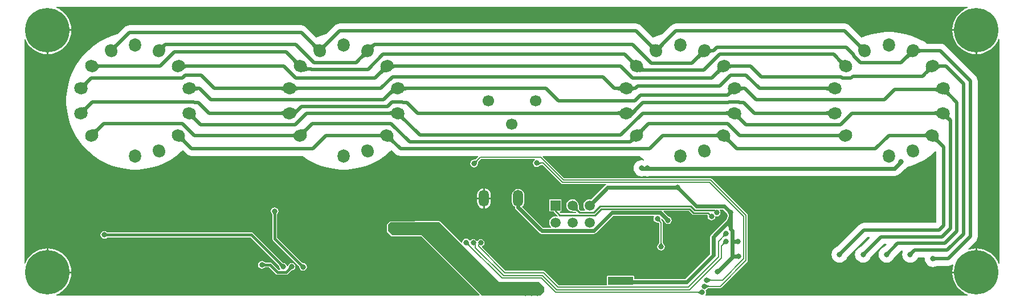
<source format=gbl>
G04*
G04 #@! TF.GenerationSoftware,Altium Limited,Altium Designer,18.1.7 (191)*
G04*
G04 Layer_Physical_Order=2*
G04 Layer_Color=16711680*
%FSAX25Y25*%
%MOIN*%
G70*
G01*
G75*
%ADD10C,0.01000*%
%ADD94C,0.00800*%
%ADD95C,0.01575*%
%ADD96C,0.02362*%
%ADD99C,0.01968*%
%ADD100O,0.05906X0.09843*%
%ADD101C,0.05906*%
%ADD102R,0.05906X0.05906*%
%ADD103O,0.07087X0.07874*%
G04:AMPARAMS|DCode=104|XSize=70.87mil|YSize=78.74mil|CornerRadius=0mil|HoleSize=0mil|Usage=FLASHONLY|Rotation=25.714|XOffset=0mil|YOffset=0mil|HoleType=Round|Shape=Round|*
%AMOVALD104*
21,1,0.00787,0.07087,0.00000,0.00000,115.7*
1,1,0.07087,0.00171,-0.00355*
1,1,0.07087,-0.00171,0.00355*
%
%ADD104OVALD104*%

G04:AMPARAMS|DCode=105|XSize=70.87mil|YSize=78.74mil|CornerRadius=0mil|HoleSize=0mil|Usage=FLASHONLY|Rotation=51.428|XOffset=0mil|YOffset=0mil|HoleType=Round|Shape=Round|*
%AMOVALD105*
21,1,0.00787,0.07087,0.00000,0.00000,141.4*
1,1,0.07087,0.00308,-0.00246*
1,1,0.07087,-0.00308,0.00246*
%
%ADD105OVALD105*%

G04:AMPARAMS|DCode=106|XSize=70.87mil|YSize=78.74mil|CornerRadius=0mil|HoleSize=0mil|Usage=FLASHONLY|Rotation=77.142|XOffset=0mil|YOffset=0mil|HoleType=Round|Shape=Round|*
%AMOVALD106*
21,1,0.00787,0.07087,0.00000,0.00000,167.1*
1,1,0.07087,0.00384,-0.00088*
1,1,0.07087,-0.00384,0.00088*
%
%ADD106OVALD106*%

G04:AMPARAMS|DCode=107|XSize=70.87mil|YSize=78.74mil|CornerRadius=0mil|HoleSize=0mil|Usage=FLASHONLY|Rotation=102.856|XOffset=0mil|YOffset=0mil|HoleType=Round|Shape=Round|*
%AMOVALD107*
21,1,0.00787,0.07087,0.00000,0.00000,192.9*
1,1,0.07087,0.00384,0.00088*
1,1,0.07087,-0.00384,-0.00088*
%
%ADD107OVALD107*%

G04:AMPARAMS|DCode=108|XSize=70.87mil|YSize=78.74mil|CornerRadius=0mil|HoleSize=0mil|Usage=FLASHONLY|Rotation=128.570|XOffset=0mil|YOffset=0mil|HoleType=Round|Shape=Round|*
%AMOVALD108*
21,1,0.00787,0.07087,0.00000,0.00000,218.6*
1,1,0.07087,0.00308,0.00246*
1,1,0.07087,-0.00308,-0.00246*
%
%ADD108OVALD108*%

G04:AMPARAMS|DCode=109|XSize=70.87mil|YSize=78.74mil|CornerRadius=0mil|HoleSize=0mil|Usage=FLASHONLY|Rotation=154.284|XOffset=0mil|YOffset=0mil|HoleType=Round|Shape=Round|*
%AMOVALD109*
21,1,0.00787,0.07087,0.00000,0.00000,244.3*
1,1,0.07087,0.00171,0.00355*
1,1,0.07087,-0.00171,-0.00355*
%
%ADD109OVALD109*%

%ADD110C,0.06693*%
%ADD111C,0.25984*%
%ADD112C,0.03150*%
G36*
X0207489Y0148442D02*
X0207269Y0148217D01*
X0206778Y0147650D01*
X0206670Y0147498D01*
X0206591Y0147364D01*
X0206541Y0147248D01*
X0206518Y0147150D01*
X0206524Y0147071D01*
X0206557Y0147009D01*
X0204743Y0148978D01*
X0204800Y0148940D01*
X0204874Y0148930D01*
X0204965Y0148946D01*
X0205075Y0148991D01*
X0205201Y0149062D01*
X0205346Y0149162D01*
X0205507Y0149288D01*
X0205883Y0149625D01*
X0206098Y0149834D01*
X0207489Y0148442D01*
D02*
G37*
G36*
X0085442D02*
X0085222Y0148217D01*
X0084731Y0147650D01*
X0084623Y0147498D01*
X0084544Y0147364D01*
X0084493Y0147248D01*
X0084471Y0147150D01*
X0084476Y0147071D01*
X0084510Y0147009D01*
X0082696Y0148978D01*
X0082752Y0148940D01*
X0082827Y0148930D01*
X0082918Y0148946D01*
X0083027Y0148991D01*
X0083154Y0149062D01*
X0083298Y0149162D01*
X0083460Y0149288D01*
X0083836Y0149625D01*
X0084050Y0149834D01*
X0085442Y0148442D01*
D02*
G37*
G36*
X0376229Y0148535D02*
X0375926Y0148217D01*
X0375456Y0147637D01*
X0375289Y0147373D01*
X0375168Y0147127D01*
X0375092Y0146899D01*
X0375062Y0146689D01*
X0375077Y0146496D01*
X0375138Y0146321D01*
X0375244Y0146165D01*
X0372660Y0149132D01*
X0372799Y0149008D01*
X0372958Y0148933D01*
X0373138Y0148905D01*
X0373339Y0148926D01*
X0373560Y0148995D01*
X0373802Y0149112D01*
X0374064Y0149278D01*
X0374347Y0149492D01*
X0374651Y0149753D01*
X0374974Y0150063D01*
X0376229Y0148535D01*
D02*
G37*
G36*
X0179379D02*
X0179076Y0148217D01*
X0178606Y0147637D01*
X0178439Y0147373D01*
X0178318Y0147127D01*
X0178242Y0146899D01*
X0178212Y0146689D01*
X0178227Y0146496D01*
X0178288Y0146321D01*
X0178394Y0146165D01*
X0175809Y0149132D01*
X0175949Y0149008D01*
X0176108Y0148933D01*
X0176288Y0148905D01*
X0176489Y0148926D01*
X0176710Y0148995D01*
X0176952Y0149112D01*
X0177214Y0149278D01*
X0177497Y0149492D01*
X0177800Y0149753D01*
X0178124Y0150063D01*
X0179379Y0148535D01*
D02*
G37*
G36*
X0057332D02*
X0057029Y0148217D01*
X0056559Y0147637D01*
X0056392Y0147373D01*
X0056270Y0147127D01*
X0056195Y0146899D01*
X0056164Y0146689D01*
X0056180Y0146496D01*
X0056240Y0146321D01*
X0056346Y0146165D01*
X0053762Y0149132D01*
X0053901Y0149008D01*
X0054061Y0148933D01*
X0054241Y0148905D01*
X0054441Y0148926D01*
X0054663Y0148995D01*
X0054904Y0149112D01*
X0055167Y0149278D01*
X0055449Y0149492D01*
X0055753Y0149753D01*
X0056077Y0150063D01*
X0057332Y0148535D01*
D02*
G37*
G36*
X0490724Y0149880D02*
X0491324Y0149391D01*
X0491592Y0149219D01*
X0491839Y0149096D01*
X0492066Y0149021D01*
X0492271Y0148995D01*
X0492456Y0149018D01*
X0492620Y0149090D01*
X0492762Y0149210D01*
X0490111Y0146312D01*
X0490219Y0146466D01*
X0490280Y0146641D01*
X0490293Y0146835D01*
X0490259Y0147049D01*
X0490177Y0147283D01*
X0490047Y0147537D01*
X0489870Y0147811D01*
X0489645Y0148105D01*
X0489373Y0148419D01*
X0489053Y0148753D01*
X0490392Y0150198D01*
X0490724Y0149880D01*
D02*
G37*
G36*
X0368676Y0149880D02*
X0369276Y0149390D01*
X0369545Y0149219D01*
X0369792Y0149095D01*
X0370019Y0149021D01*
X0370224Y0148995D01*
X0370409Y0149018D01*
X0370572Y0149089D01*
X0370715Y0149209D01*
X0368064Y0146312D01*
X0368172Y0146466D01*
X0368233Y0146641D01*
X0368246Y0146835D01*
X0368212Y0147049D01*
X0368130Y0147283D01*
X0368000Y0147537D01*
X0367823Y0147811D01*
X0367598Y0148105D01*
X0367325Y0148419D01*
X0367005Y0148753D01*
X0368345Y0150197D01*
X0368676Y0149880D01*
D02*
G37*
G36*
X0171826D02*
X0172426Y0149390D01*
X0172695Y0149219D01*
X0172942Y0149095D01*
X0173169Y0149021D01*
X0173374Y0148995D01*
X0173558Y0149018D01*
X0173722Y0149089D01*
X0173865Y0149209D01*
X0171213Y0146312D01*
X0171322Y0146466D01*
X0171382Y0146641D01*
X0171396Y0146835D01*
X0171361Y0147049D01*
X0171279Y0147283D01*
X0171150Y0147537D01*
X0170972Y0147811D01*
X0170747Y0148105D01*
X0170475Y0148419D01*
X0170155Y0148753D01*
X0171495Y0150197D01*
X0171826Y0149880D01*
D02*
G37*
G36*
X0403347Y0147015D02*
X0403398Y0146887D01*
X0403492Y0146775D01*
X0403629Y0146677D01*
X0403809Y0146595D01*
X0404033Y0146527D01*
X0404299Y0146475D01*
X0404609Y0146437D01*
X0404962Y0146415D01*
X0405358Y0146407D01*
X0405339Y0144439D01*
X0404910Y0144431D01*
X0404184Y0144371D01*
X0403887Y0144318D01*
X0403633Y0144251D01*
X0403423Y0144168D01*
X0403257Y0144071D01*
X0403134Y0143958D01*
X0403054Y0143831D01*
X0403019Y0143688D01*
X0403339Y0147158D01*
X0403347Y0147015D01*
D02*
G37*
G36*
X0525288Y0147201D02*
X0525346Y0147034D01*
X0525454Y0146887D01*
X0525611Y0146760D01*
X0525818Y0146652D01*
X0526074Y0146564D01*
X0526380Y0146495D01*
X0526736Y0146447D01*
X0527142Y0146417D01*
X0527597Y0146407D01*
X0527386Y0144439D01*
X0526937Y0144429D01*
X0526177Y0144351D01*
X0525865Y0144282D01*
X0525598Y0144194D01*
X0525377Y0144087D01*
X0525201Y0143960D01*
X0525071Y0143813D01*
X0524986Y0143647D01*
X0524947Y0143461D01*
X0525280Y0147387D01*
X0525288Y0147201D01*
D02*
G37*
G36*
X0520965Y0141638D02*
X0520822Y0141758D01*
X0520659Y0141829D01*
X0520474Y0141852D01*
X0520268Y0141826D01*
X0520042Y0141751D01*
X0519795Y0141628D01*
X0519526Y0141456D01*
X0519237Y0141236D01*
X0518926Y0140967D01*
X0518595Y0140649D01*
X0517255Y0142094D01*
X0517575Y0142427D01*
X0518072Y0143035D01*
X0518249Y0143309D01*
X0518379Y0143563D01*
X0518461Y0143798D01*
X0518496Y0144012D01*
X0518482Y0144206D01*
X0518422Y0144380D01*
X0518313Y0144535D01*
X0520965Y0141638D01*
D02*
G37*
G36*
X0398917Y0141637D02*
X0398775Y0141757D01*
X0398611Y0141829D01*
X0398427Y0141851D01*
X0398221Y0141826D01*
X0397994Y0141751D01*
X0397747Y0141628D01*
X0397479Y0141456D01*
X0397189Y0141236D01*
X0396879Y0140967D01*
X0396547Y0140649D01*
X0395208Y0142094D01*
X0395528Y0142427D01*
X0396025Y0143035D01*
X0396202Y0143309D01*
X0396332Y0143563D01*
X0396414Y0143798D01*
X0396448Y0144012D01*
X0396435Y0144206D01*
X0396374Y0144380D01*
X0396266Y0144535D01*
X0398917Y0141637D01*
D02*
G37*
G36*
X0202067D02*
X0201924Y0141757D01*
X0201761Y0141829D01*
X0201576Y0141851D01*
X0201371Y0141826D01*
X0201144Y0141751D01*
X0200897Y0141628D01*
X0200628Y0141456D01*
X0200339Y0141236D01*
X0200028Y0140967D01*
X0199697Y0140649D01*
X0198357Y0142094D01*
X0198677Y0142427D01*
X0199174Y0143035D01*
X0199352Y0143309D01*
X0199481Y0143563D01*
X0199563Y0143798D01*
X0199598Y0144012D01*
X0199585Y0144206D01*
X0199524Y0144380D01*
X0199416Y0144535D01*
X0202067Y0141637D01*
D02*
G37*
G36*
X0479431Y0140847D02*
X0480042Y0140346D01*
X0480316Y0140169D01*
X0480570Y0140039D01*
X0480803Y0139958D01*
X0481016Y0139925D01*
X0481208Y0139941D01*
X0481379Y0140005D01*
X0481530Y0140117D01*
X0478714Y0137384D01*
X0478830Y0137530D01*
X0478897Y0137698D01*
X0478916Y0137886D01*
X0478887Y0138095D01*
X0478808Y0138326D01*
X0478682Y0138577D01*
X0478507Y0138849D01*
X0478283Y0139142D01*
X0478010Y0139456D01*
X0477689Y0139790D01*
X0479095Y0141169D01*
X0479431Y0140847D01*
D02*
G37*
G36*
X0357384Y0140846D02*
X0357995Y0140346D01*
X0358269Y0140168D01*
X0358523Y0140039D01*
X0358756Y0139958D01*
X0358969Y0139925D01*
X0359161Y0139941D01*
X0359332Y0140004D01*
X0359483Y0140116D01*
X0356667Y0137383D01*
X0356783Y0137530D01*
X0356850Y0137698D01*
X0356869Y0137886D01*
X0356839Y0138095D01*
X0356761Y0138326D01*
X0356635Y0138577D01*
X0356459Y0138849D01*
X0356236Y0139142D01*
X0355963Y0139455D01*
X0355642Y0139790D01*
X0357047Y0141169D01*
X0357384Y0140846D01*
D02*
G37*
G36*
X0160533D02*
X0161144Y0140346D01*
X0161419Y0140168D01*
X0161673Y0140039D01*
X0161906Y0139958D01*
X0162118Y0139925D01*
X0162310Y0139941D01*
X0162482Y0140004D01*
X0162632Y0140116D01*
X0159816Y0137383D01*
X0159932Y0137530D01*
X0160000Y0137698D01*
X0160019Y0137886D01*
X0159989Y0138095D01*
X0159911Y0138326D01*
X0159784Y0138577D01*
X0159609Y0138849D01*
X0159385Y0139142D01*
X0159113Y0139455D01*
X0158792Y0139790D01*
X0160197Y0141169D01*
X0160533Y0140846D01*
D02*
G37*
G36*
X0044622Y0138182D02*
X0044709Y0138016D01*
X0044844Y0137870D01*
X0045026Y0137742D01*
X0045255Y0137635D01*
X0045532Y0137547D01*
X0045856Y0137478D01*
X0046227Y0137430D01*
X0046646Y0137400D01*
X0047112Y0137391D01*
X0047251Y0135422D01*
X0046792Y0135412D01*
X0046023Y0135334D01*
X0045713Y0135266D01*
X0045454Y0135178D01*
X0045245Y0135070D01*
X0045086Y0134943D01*
X0044977Y0134796D01*
X0044918Y0134630D01*
X0044910Y0134444D01*
X0044581Y0138368D01*
X0044622Y0138182D01*
D02*
G37*
G36*
X0536682Y0138181D02*
X0536741Y0138015D01*
X0536850Y0137868D01*
X0537009Y0137741D01*
X0537218Y0137634D01*
X0537477Y0137546D01*
X0537786Y0137477D01*
X0538146Y0137428D01*
X0538555Y0137399D01*
X0539015Y0137389D01*
X0538876Y0135421D01*
X0538410Y0135411D01*
X0537619Y0135333D01*
X0537295Y0135264D01*
X0537018Y0135176D01*
X0536789Y0135069D01*
X0536607Y0134942D01*
X0536472Y0134795D01*
X0536385Y0134629D01*
X0536345Y0134443D01*
X0536673Y0138367D01*
X0536682Y0138181D01*
D02*
G37*
G36*
X0414635Y0138181D02*
X0414693Y0138014D01*
X0414802Y0137868D01*
X0414961Y0137741D01*
X0415170Y0137633D01*
X0415430Y0137545D01*
X0415739Y0137477D01*
X0416098Y0137428D01*
X0416508Y0137399D01*
X0416968Y0137389D01*
X0416828Y0135420D01*
X0416362Y0135410D01*
X0415572Y0135332D01*
X0415248Y0135264D01*
X0414971Y0135176D01*
X0414742Y0135068D01*
X0414560Y0134941D01*
X0414425Y0134795D01*
X0414338Y0134628D01*
X0414298Y0134443D01*
X0414626Y0138366D01*
X0414635Y0138181D01*
D02*
G37*
G36*
X0217784D02*
X0217843Y0138014D01*
X0217952Y0137868D01*
X0218111Y0137741D01*
X0218320Y0137633D01*
X0218579Y0137545D01*
X0218889Y0137477D01*
X0219248Y0137428D01*
X0219658Y0137399D01*
X0220117Y0137389D01*
X0219978Y0135420D01*
X0219512Y0135410D01*
X0218722Y0135332D01*
X0218398Y0135264D01*
X0218121Y0135176D01*
X0217892Y0135068D01*
X0217709Y0134941D01*
X0217575Y0134795D01*
X0217487Y0134628D01*
X0217447Y0134443D01*
X0217776Y0138366D01*
X0217784Y0138181D01*
D02*
G37*
G36*
X0095737D02*
X0095796Y0138014D01*
X0095905Y0137868D01*
X0096064Y0137741D01*
X0096273Y0137633D01*
X0096532Y0137545D01*
X0096841Y0137477D01*
X0097201Y0137428D01*
X0097610Y0137399D01*
X0098070Y0137389D01*
X0097931Y0135420D01*
X0097465Y0135410D01*
X0096675Y0135332D01*
X0096350Y0135264D01*
X0096074Y0135176D01*
X0095844Y0135068D01*
X0095662Y0134941D01*
X0095527Y0134795D01*
X0095440Y0134628D01*
X0095400Y0134443D01*
X0095728Y0138366D01*
X0095737Y0138181D01*
D02*
G37*
G36*
X0167309Y0136425D02*
X0167298Y0136258D01*
X0167347Y0136111D01*
X0167455Y0135983D01*
X0167621Y0135875D01*
X0167847Y0135787D01*
X0168131Y0135718D01*
X0168474Y0135669D01*
X0168876Y0135640D01*
X0169337Y0135630D01*
X0168339Y0133661D01*
X0167976Y0133655D01*
X0167308Y0133607D01*
X0167004Y0133564D01*
X0166454Y0133443D01*
X0166209Y0133364D01*
X0165983Y0133273D01*
X0165778Y0133170D01*
X0165592Y0133055D01*
X0167378Y0136612D01*
X0167309Y0136425D01*
D02*
G37*
G36*
X0364137Y0135982D02*
X0364093Y0135815D01*
X0364115Y0135667D01*
X0364203Y0135539D01*
X0364356Y0135431D01*
X0364575Y0135343D01*
X0364859Y0135274D01*
X0365209Y0135224D01*
X0365624Y0135195D01*
X0366105Y0135185D01*
X0364645Y0133217D01*
X0364288Y0133212D01*
X0363313Y0133147D01*
X0363021Y0133107D01*
X0362485Y0133003D01*
X0362241Y0132937D01*
X0362014Y0132863D01*
X0361803Y0132780D01*
X0364246Y0136169D01*
X0364137Y0135982D01*
D02*
G37*
G36*
X0532349Y0132695D02*
X0532198Y0132807D01*
X0532027Y0132870D01*
X0531835Y0132886D01*
X0531622Y0132853D01*
X0531389Y0132772D01*
X0531135Y0132643D01*
X0530861Y0132465D01*
X0530566Y0132239D01*
X0530250Y0131965D01*
X0529914Y0131642D01*
X0528508Y0133021D01*
X0528829Y0133355D01*
X0529325Y0133962D01*
X0529501Y0134234D01*
X0529627Y0134485D01*
X0529705Y0134715D01*
X0529735Y0134925D01*
X0529716Y0135113D01*
X0529649Y0135281D01*
X0529533Y0135427D01*
X0532349Y0132695D01*
D02*
G37*
G36*
X0410301Y0132694D02*
X0410151Y0132807D01*
X0409979Y0132870D01*
X0409788Y0132886D01*
X0409575Y0132853D01*
X0409342Y0132772D01*
X0409088Y0132642D01*
X0408813Y0132465D01*
X0408518Y0132239D01*
X0408203Y0131965D01*
X0407866Y0131642D01*
X0406461Y0133021D01*
X0406782Y0133355D01*
X0407278Y0133962D01*
X0407453Y0134234D01*
X0407580Y0134485D01*
X0407658Y0134715D01*
X0407688Y0134925D01*
X0407669Y0135113D01*
X0407601Y0135281D01*
X0407485Y0135427D01*
X0410301Y0132694D01*
D02*
G37*
G36*
X0213451D02*
X0213300Y0132807D01*
X0213129Y0132870D01*
X0212937Y0132886D01*
X0212724Y0132853D01*
X0212491Y0132772D01*
X0212237Y0132642D01*
X0211963Y0132465D01*
X0211668Y0132239D01*
X0211352Y0131965D01*
X0211016Y0131642D01*
X0209611Y0133021D01*
X0209931Y0133355D01*
X0210428Y0133962D01*
X0210603Y0134234D01*
X0210730Y0134485D01*
X0210808Y0134715D01*
X0210837Y0134925D01*
X0210818Y0135113D01*
X0210751Y0135281D01*
X0210635Y0135427D01*
X0213451Y0132694D01*
D02*
G37*
G36*
X0039939Y0126678D02*
X0039621Y0126347D01*
X0039135Y0125749D01*
X0038965Y0125483D01*
X0038846Y0125239D01*
X0038775Y0125016D01*
X0038754Y0124815D01*
X0038783Y0124636D01*
X0038861Y0124479D01*
X0038988Y0124344D01*
X0035938Y0126844D01*
X0036100Y0126743D01*
X0036281Y0126689D01*
X0036480Y0126681D01*
X0036699Y0126720D01*
X0036937Y0126806D01*
X0037194Y0126938D01*
X0037471Y0127118D01*
X0037766Y0127344D01*
X0038080Y0127617D01*
X0038414Y0127937D01*
X0039939Y0126678D01*
D02*
G37*
G36*
X0357606Y0124917D02*
X0357673Y0124800D01*
X0357783Y0124697D01*
X0357935Y0124607D01*
X0358130Y0124531D01*
X0358366Y0124469D01*
X0358646Y0124421D01*
X0358967Y0124387D01*
X0359737Y0124359D01*
X0359737Y0122391D01*
X0359342Y0122384D01*
X0358677Y0122329D01*
X0358407Y0122281D01*
X0358180Y0122219D01*
X0357995Y0122143D01*
X0357852Y0122054D01*
X0357750Y0121951D01*
X0357691Y0121834D01*
X0357674Y0121704D01*
X0357581Y0125048D01*
X0357606Y0124917D01*
D02*
G37*
G36*
X0160527Y0125211D02*
X0160609Y0125045D01*
X0160739Y0124898D01*
X0160917Y0124771D01*
X0161144Y0124664D01*
X0161418Y0124576D01*
X0161740Y0124507D01*
X0162110Y0124459D01*
X0162529Y0124429D01*
X0162996Y0124420D01*
X0163088Y0122451D01*
X0162624Y0122441D01*
X0161845Y0122363D01*
X0161530Y0122294D01*
X0161266Y0122206D01*
X0161051Y0122099D01*
X0160887Y0121972D01*
X0160772Y0121825D01*
X0160707Y0121659D01*
X0160692Y0121473D01*
X0160494Y0125397D01*
X0160527Y0125211D01*
D02*
G37*
G36*
X0472941Y0121414D02*
X0472911Y0121600D01*
X0472832Y0121766D01*
X0472706Y0121913D01*
X0472531Y0122040D01*
X0472308Y0122147D01*
X0472037Y0122235D01*
X0471717Y0122303D01*
X0471349Y0122352D01*
X0470933Y0122381D01*
X0470469Y0122391D01*
X0470413Y0124360D01*
X0470876Y0124370D01*
X0471655Y0124448D01*
X0471970Y0124516D01*
X0472235Y0124604D01*
X0472452Y0124712D01*
X0472619Y0124839D01*
X0472736Y0124986D01*
X0472804Y0125152D01*
X0472823Y0125338D01*
X0472941Y0121414D01*
D02*
G37*
G36*
X0350893Y0121414D02*
X0350864Y0121600D01*
X0350785Y0121766D01*
X0350659Y0121912D01*
X0350484Y0122039D01*
X0350261Y0122147D01*
X0349990Y0122235D01*
X0349670Y0122303D01*
X0349302Y0122352D01*
X0348886Y0122381D01*
X0348422Y0122391D01*
X0348366Y0124360D01*
X0348829Y0124369D01*
X0349607Y0124448D01*
X0349922Y0124516D01*
X0350188Y0124604D01*
X0350405Y0124712D01*
X0350571Y0124839D01*
X0350689Y0124986D01*
X0350757Y0125152D01*
X0350776Y0125338D01*
X0350893Y0121414D01*
D02*
G37*
G36*
X0154043D02*
X0154013Y0121600D01*
X0153935Y0121766D01*
X0153808Y0121912D01*
X0153634Y0122039D01*
X0153410Y0122147D01*
X0153139Y0122235D01*
X0152820Y0122303D01*
X0152452Y0122352D01*
X0152036Y0122381D01*
X0151571Y0122391D01*
X0151516Y0124360D01*
X0151979Y0124369D01*
X0152757Y0124448D01*
X0153072Y0124516D01*
X0153338Y0124604D01*
X0153554Y0124712D01*
X0153721Y0124839D01*
X0153839Y0124986D01*
X0153907Y0125152D01*
X0153926Y0125338D01*
X0154043Y0121414D01*
D02*
G37*
G36*
X0420897Y0125150D02*
X0420965Y0124984D01*
X0421082Y0124837D01*
X0421249Y0124710D01*
X0421466Y0124602D01*
X0421731Y0124514D01*
X0422047Y0124446D01*
X0422411Y0124397D01*
X0422825Y0124367D01*
X0423288Y0124358D01*
X0423232Y0122389D01*
X0422768Y0122379D01*
X0421984Y0122301D01*
X0421665Y0122233D01*
X0421393Y0122145D01*
X0421170Y0122037D01*
X0420996Y0121910D01*
X0420869Y0121764D01*
X0420791Y0121598D01*
X0420761Y0121412D01*
X0420878Y0125336D01*
X0420897Y0125150D01*
D02*
G37*
G36*
X0224046Y0125150D02*
X0224115Y0124983D01*
X0224232Y0124837D01*
X0224399Y0124709D01*
X0224615Y0124602D01*
X0224881Y0124514D01*
X0225196Y0124445D01*
X0225561Y0124396D01*
X0225974Y0124367D01*
X0226438Y0124357D01*
X0226382Y0122389D01*
X0225918Y0122379D01*
X0225134Y0122301D01*
X0224814Y0122232D01*
X0224543Y0122145D01*
X0224320Y0122037D01*
X0224145Y0121910D01*
X0224018Y0121764D01*
X0223940Y0121598D01*
X0223910Y0121412D01*
X0224027Y0125336D01*
X0224046Y0125150D01*
D02*
G37*
G36*
X0101999D02*
X0102067Y0124983D01*
X0102185Y0124837D01*
X0102352Y0124709D01*
X0102568Y0124602D01*
X0102834Y0124514D01*
X0103149Y0124445D01*
X0103513Y0124396D01*
X0103927Y0124367D01*
X0104390Y0124357D01*
X0104335Y0122389D01*
X0103870Y0122379D01*
X0103086Y0122301D01*
X0102767Y0122232D01*
X0102496Y0122145D01*
X0102272Y0122037D01*
X0102098Y0121910D01*
X0101971Y0121764D01*
X0101893Y0121598D01*
X0101863Y0121412D01*
X0101980Y0125336D01*
X0101999Y0125150D01*
D02*
G37*
G36*
X0536684Y0120788D02*
X0536624Y0120973D01*
X0536519Y0121139D01*
X0536367Y0121286D01*
X0536169Y0121413D01*
X0535924Y0121520D01*
X0535634Y0121608D01*
X0535297Y0121676D01*
X0534914Y0121725D01*
X0534485Y0121754D01*
X0534009Y0121764D01*
X0533698Y0123733D01*
X0534160Y0123742D01*
X0534925Y0123821D01*
X0535229Y0123889D01*
X0535481Y0123977D01*
X0535680Y0124085D01*
X0535827Y0124212D01*
X0535922Y0124359D01*
X0535964Y0124525D01*
X0535954Y0124712D01*
X0536684Y0120788D01*
D02*
G37*
G36*
X0218616Y0120182D02*
X0218511Y0120340D01*
X0218380Y0120446D01*
X0218224Y0120497D01*
X0218041Y0120495D01*
X0217834Y0120440D01*
X0217600Y0120331D01*
X0217341Y0120169D01*
X0217056Y0119953D01*
X0216745Y0119684D01*
X0216408Y0119361D01*
X0215420Y0121157D01*
X0215660Y0121410D01*
X0215876Y0121668D01*
X0216070Y0121930D01*
X0216241Y0122196D01*
X0216388Y0122466D01*
X0216513Y0122740D01*
X0216614Y0123019D01*
X0216692Y0123302D01*
X0216747Y0123589D01*
X0216780Y0123880D01*
X0218616Y0120182D01*
D02*
G37*
G36*
X0416281Y0119869D02*
X0416177Y0119932D01*
X0416053Y0119957D01*
X0415908Y0119945D01*
X0415743Y0119895D01*
X0415559Y0119807D01*
X0415354Y0119682D01*
X0415129Y0119518D01*
X0414884Y0119317D01*
X0414333Y0118802D01*
X0412941Y0120194D01*
X0413199Y0120461D01*
X0413603Y0120936D01*
X0413750Y0121144D01*
X0413860Y0121333D01*
X0413932Y0121503D01*
X0413968Y0121653D01*
X0413966Y0121784D01*
X0413927Y0121895D01*
X0413851Y0121987D01*
X0416281Y0119869D01*
D02*
G37*
G36*
X0543176Y0122270D02*
X0543098Y0122112D01*
X0543069Y0121933D01*
X0543090Y0121732D01*
X0543161Y0121510D01*
X0543281Y0121265D01*
X0543450Y0120999D01*
X0543668Y0120712D01*
X0543936Y0120402D01*
X0544254Y0120071D01*
X0542729Y0118812D01*
X0542395Y0119131D01*
X0541786Y0119631D01*
X0541509Y0119810D01*
X0541252Y0119943D01*
X0541014Y0120029D01*
X0540795Y0120068D01*
X0540596Y0120060D01*
X0540415Y0120006D01*
X0540253Y0119904D01*
X0543303Y0122405D01*
X0543176Y0122270D01*
D02*
G37*
G36*
X0040006Y0112282D02*
X0039687Y0111949D01*
X0039197Y0111348D01*
X0039025Y0111080D01*
X0038903Y0110833D01*
X0038830Y0110608D01*
X0038806Y0110404D01*
X0038831Y0110222D01*
X0038906Y0110061D01*
X0039030Y0109922D01*
X0036056Y0112497D01*
X0036214Y0112392D01*
X0036392Y0112335D01*
X0036589Y0112326D01*
X0036807Y0112364D01*
X0037044Y0112449D01*
X0037301Y0112581D01*
X0037577Y0112761D01*
X0037874Y0112989D01*
X0038190Y0113264D01*
X0038526Y0113586D01*
X0040006Y0112282D01*
D02*
G37*
G36*
X0162566Y0109812D02*
X0162300Y0109541D01*
X0161478Y0108598D01*
X0161332Y0108397D01*
X0161113Y0108038D01*
X0161039Y0107879D01*
X0160990Y0107734D01*
X0160124Y0111547D01*
X0160190Y0111348D01*
X0160286Y0111207D01*
X0160412Y0111125D01*
X0160568Y0111099D01*
X0160753Y0111131D01*
X0160968Y0111221D01*
X0161213Y0111368D01*
X0161487Y0111573D01*
X0161792Y0111835D01*
X0162126Y0112155D01*
X0162566Y0109812D01*
D02*
G37*
G36*
X0360147Y0109893D02*
X0357529Y0107111D01*
X0357276Y0111199D01*
X0357310Y0110968D01*
X0357379Y0110800D01*
X0357483Y0110695D01*
X0357622Y0110653D01*
X0357796Y0110674D01*
X0358006Y0110758D01*
X0358250Y0110905D01*
X0358530Y0111115D01*
X0358845Y0111388D01*
X0359195Y0111724D01*
X0360147Y0109893D01*
D02*
G37*
G36*
X0350775Y0106949D02*
X0350756Y0107135D01*
X0350688Y0107301D01*
X0350571Y0107448D01*
X0350404Y0107575D01*
X0350187Y0107683D01*
X0349922Y0107771D01*
X0349607Y0107840D01*
X0349242Y0107888D01*
X0348828Y0107918D01*
X0348365Y0107928D01*
X0348421Y0109896D01*
X0348885Y0109906D01*
X0349669Y0109984D01*
X0349989Y0110052D01*
X0350260Y0110140D01*
X0350483Y0110248D01*
X0350658Y0110375D01*
X0350785Y0110521D01*
X0350863Y0110687D01*
X0350893Y0110873D01*
X0350775Y0106949D01*
D02*
G37*
G36*
X0472823Y0106949D02*
X0472804Y0107135D01*
X0472736Y0107301D01*
X0472618Y0107448D01*
X0472451Y0107575D01*
X0472235Y0107683D01*
X0471969Y0107771D01*
X0471654Y0107839D01*
X0471290Y0107888D01*
X0470876Y0107917D01*
X0470413Y0107927D01*
X0470468Y0109896D01*
X0470932Y0109906D01*
X0471716Y0109984D01*
X0472036Y0110052D01*
X0472307Y0110140D01*
X0472530Y0110248D01*
X0472705Y0110374D01*
X0472831Y0110521D01*
X0472910Y0110687D01*
X0472940Y0110873D01*
X0472823Y0106949D01*
D02*
G37*
G36*
X0153925D02*
X0153906Y0107135D01*
X0153838Y0107301D01*
X0153720Y0107448D01*
X0153553Y0107575D01*
X0153337Y0107683D01*
X0153071Y0107771D01*
X0152756Y0107839D01*
X0152392Y0107888D01*
X0151978Y0107917D01*
X0151515Y0107927D01*
X0151571Y0109896D01*
X0152035Y0109906D01*
X0152819Y0109984D01*
X0153138Y0110052D01*
X0153410Y0110140D01*
X0153633Y0110248D01*
X0153808Y0110374D01*
X0153934Y0110521D01*
X0154012Y0110687D01*
X0154042Y0110873D01*
X0153925Y0106949D01*
D02*
G37*
G36*
X0536311Y0106948D02*
X0536281Y0107134D01*
X0536202Y0107300D01*
X0536076Y0107447D01*
X0535901Y0107574D01*
X0535678Y0107681D01*
X0535407Y0107769D01*
X0535087Y0107837D01*
X0534719Y0107886D01*
X0534303Y0107916D01*
X0533839Y0107925D01*
X0533783Y0109894D01*
X0534246Y0109904D01*
X0535024Y0109982D01*
X0535340Y0110050D01*
X0535605Y0110138D01*
X0535822Y0110246D01*
X0535989Y0110373D01*
X0536106Y0110520D01*
X0536174Y0110686D01*
X0536193Y0110872D01*
X0536311Y0106948D01*
D02*
G37*
G36*
X0414263Y0106948D02*
X0414233Y0107134D01*
X0414155Y0107300D01*
X0414029Y0107446D01*
X0413854Y0107573D01*
X0413631Y0107681D01*
X0413359Y0107769D01*
X0413040Y0107837D01*
X0412672Y0107886D01*
X0412256Y0107915D01*
X0411792Y0107925D01*
X0411736Y0109894D01*
X0412199Y0109903D01*
X0412977Y0109982D01*
X0413292Y0110050D01*
X0413558Y0110138D01*
X0413774Y0110246D01*
X0413941Y0110373D01*
X0414059Y0110520D01*
X0414127Y0110686D01*
X0414146Y0110872D01*
X0414263Y0106948D01*
D02*
G37*
G36*
X0217413D02*
X0217383Y0107134D01*
X0217305Y0107300D01*
X0217178Y0107446D01*
X0217003Y0107573D01*
X0216780Y0107681D01*
X0216509Y0107769D01*
X0216190Y0107837D01*
X0215822Y0107886D01*
X0215406Y0107915D01*
X0214941Y0107925D01*
X0214885Y0109894D01*
X0215349Y0109903D01*
X0216127Y0109982D01*
X0216442Y0110050D01*
X0216708Y0110138D01*
X0216924Y0110246D01*
X0217091Y0110373D01*
X0217209Y0110520D01*
X0217277Y0110686D01*
X0217296Y0110872D01*
X0217413Y0106948D01*
D02*
G37*
G36*
X0543222Y0107760D02*
X0543147Y0107600D01*
X0543122Y0107417D01*
X0543145Y0107214D01*
X0543219Y0106988D01*
X0543341Y0106741D01*
X0543512Y0106473D01*
X0543733Y0106183D01*
X0544002Y0105872D01*
X0544321Y0105539D01*
X0542841Y0104235D01*
X0542505Y0104558D01*
X0541893Y0105060D01*
X0541616Y0105240D01*
X0541359Y0105372D01*
X0541122Y0105458D01*
X0540905Y0105495D01*
X0540707Y0105486D01*
X0540530Y0105429D01*
X0540372Y0105324D01*
X0543345Y0107900D01*
X0543222Y0107760D01*
D02*
G37*
G36*
X0421174Y0107761D02*
X0421100Y0107600D01*
X0421075Y0107418D01*
X0421098Y0107214D01*
X0421172Y0106989D01*
X0421294Y0106742D01*
X0421465Y0106473D01*
X0421686Y0106184D01*
X0421956Y0105872D01*
X0422274Y0105539D01*
X0420795Y0104235D01*
X0420459Y0104558D01*
X0419846Y0105060D01*
X0419569Y0105240D01*
X0419312Y0105372D01*
X0419075Y0105457D01*
X0418858Y0105495D01*
X0418661Y0105485D01*
X0418483Y0105428D01*
X0418325Y0105324D01*
X0421298Y0107900D01*
X0421174Y0107761D01*
D02*
G37*
G36*
X0224324Y0107760D02*
X0224249Y0107599D01*
X0224224Y0107417D01*
X0224248Y0107213D01*
X0224321Y0106988D01*
X0224443Y0106741D01*
X0224614Y0106473D01*
X0224835Y0106183D01*
X0225105Y0105872D01*
X0225424Y0105539D01*
X0223944Y0104235D01*
X0223608Y0104557D01*
X0222995Y0105060D01*
X0222718Y0105239D01*
X0222462Y0105372D01*
X0222224Y0105457D01*
X0222007Y0105495D01*
X0221810Y0105485D01*
X0221632Y0105428D01*
X0221474Y0105324D01*
X0224448Y0107899D01*
X0224324Y0107760D01*
D02*
G37*
G36*
X0102277D02*
X0102202Y0107599D01*
X0102177Y0107417D01*
X0102200Y0107213D01*
X0102274Y0106988D01*
X0102396Y0106741D01*
X0102567Y0106473D01*
X0102788Y0106183D01*
X0103058Y0105872D01*
X0103377Y0105539D01*
X0101897Y0104235D01*
X0101560Y0104557D01*
X0100948Y0105060D01*
X0100671Y0105239D01*
X0100414Y0105372D01*
X0100177Y0105457D01*
X0099960Y0105495D01*
X0099762Y0105485D01*
X0099585Y0105428D01*
X0099427Y0105324D01*
X0102400Y0107899D01*
X0102277Y0107760D01*
D02*
G37*
G36*
X0168342Y0099264D02*
X0168021Y0098929D01*
X0167525Y0098322D01*
X0167349Y0098050D01*
X0167222Y0097799D01*
X0167144Y0097569D01*
X0167115Y0097360D01*
X0167134Y0097171D01*
X0167201Y0097004D01*
X0167317Y0096857D01*
X0164501Y0099590D01*
X0164652Y0099478D01*
X0164823Y0099414D01*
X0165015Y0099399D01*
X0165227Y0099432D01*
X0165461Y0099513D01*
X0165715Y0099642D01*
X0165989Y0099820D01*
X0166284Y0100046D01*
X0166600Y0100320D01*
X0166936Y0100642D01*
X0168342Y0099264D01*
D02*
G37*
G36*
X0046294D02*
X0045973Y0098929D01*
X0045477Y0098322D01*
X0045302Y0098050D01*
X0045175Y0097799D01*
X0045097Y0097569D01*
X0045068Y0097360D01*
X0045086Y0097171D01*
X0045154Y0097004D01*
X0045270Y0096857D01*
X0042454Y0099590D01*
X0042605Y0099478D01*
X0042776Y0099414D01*
X0042968Y0099399D01*
X0043180Y0099432D01*
X0043413Y0099513D01*
X0043667Y0099642D01*
X0043942Y0099820D01*
X0044237Y0100046D01*
X0044553Y0100320D01*
X0044889Y0100642D01*
X0046294Y0099264D01*
D02*
G37*
G36*
X0365192Y0099264D02*
X0364871Y0098929D01*
X0364375Y0098322D01*
X0364200Y0098050D01*
X0364073Y0097799D01*
X0363995Y0097569D01*
X0363965Y0097360D01*
X0363984Y0097171D01*
X0364052Y0097004D01*
X0364168Y0096857D01*
X0361352Y0099590D01*
X0361502Y0099478D01*
X0361673Y0099414D01*
X0361865Y0099399D01*
X0362078Y0099431D01*
X0362311Y0099512D01*
X0362565Y0099642D01*
X0362840Y0099820D01*
X0363135Y0100046D01*
X0363450Y0100320D01*
X0363787Y0100642D01*
X0365192Y0099264D01*
D02*
G37*
G36*
X0479074Y0093918D02*
X0479066Y0094104D01*
X0479007Y0094270D01*
X0478898Y0094417D01*
X0478739Y0094544D01*
X0478530Y0094652D01*
X0478270Y0094739D01*
X0477961Y0094808D01*
X0477602Y0094857D01*
X0477192Y0094886D01*
X0476732Y0094896D01*
X0476872Y0096864D01*
X0477338Y0096874D01*
X0478128Y0096952D01*
X0478452Y0097021D01*
X0478729Y0097109D01*
X0478958Y0097216D01*
X0479140Y0097343D01*
X0479275Y0097490D01*
X0479362Y0097656D01*
X0479402Y0097842D01*
X0479074Y0093918D01*
D02*
G37*
G36*
X0160177Y0093918D02*
X0160168Y0094104D01*
X0160109Y0094270D01*
X0160000Y0094416D01*
X0159841Y0094544D01*
X0159632Y0094651D01*
X0159373Y0094739D01*
X0159063Y0094808D01*
X0158704Y0094857D01*
X0158294Y0094886D01*
X0157835Y0094896D01*
X0157974Y0096864D01*
X0158440Y0096874D01*
X0159230Y0096952D01*
X0159554Y0097021D01*
X0159831Y0097109D01*
X0160061Y0097216D01*
X0160243Y0097343D01*
X0160377Y0097490D01*
X0160465Y0097656D01*
X0160505Y0097842D01*
X0160177Y0093918D01*
D02*
G37*
G36*
X0530222Y0093917D02*
X0530182Y0094102D01*
X0530095Y0094269D01*
X0529960Y0094415D01*
X0529778Y0094542D01*
X0529549Y0094650D01*
X0529272Y0094738D01*
X0528948Y0094806D01*
X0528577Y0094855D01*
X0528158Y0094884D01*
X0527692Y0094894D01*
X0527552Y0096863D01*
X0528012Y0096872D01*
X0528781Y0096951D01*
X0529090Y0097019D01*
X0529350Y0097107D01*
X0529559Y0097215D01*
X0529718Y0097342D01*
X0529827Y0097488D01*
X0529885Y0097655D01*
X0529894Y0097840D01*
X0530222Y0093917D01*
D02*
G37*
G36*
X0408175Y0093916D02*
X0408135Y0094102D01*
X0408048Y0094268D01*
X0407913Y0094415D01*
X0407731Y0094542D01*
X0407502Y0094649D01*
X0407225Y0094737D01*
X0406901Y0094806D01*
X0406529Y0094855D01*
X0406111Y0094884D01*
X0405645Y0094894D01*
X0405505Y0096862D01*
X0405965Y0096872D01*
X0406734Y0096950D01*
X0407043Y0097019D01*
X0407302Y0097107D01*
X0407512Y0097214D01*
X0407671Y0097341D01*
X0407780Y0097488D01*
X0407838Y0097654D01*
X0407847Y0097840D01*
X0408175Y0093916D01*
D02*
G37*
G36*
X0211325D02*
X0211285Y0094102D01*
X0211197Y0094268D01*
X0211063Y0094415D01*
X0210881Y0094542D01*
X0210651Y0094649D01*
X0210374Y0094737D01*
X0210050Y0094806D01*
X0209679Y0094855D01*
X0209260Y0094884D01*
X0208794Y0094894D01*
X0208655Y0096862D01*
X0209114Y0096872D01*
X0209883Y0096950D01*
X0210193Y0097019D01*
X0210452Y0097107D01*
X0210661Y0097214D01*
X0210820Y0097341D01*
X0210929Y0097488D01*
X0210988Y0097654D01*
X0210997Y0097840D01*
X0211325Y0093916D01*
D02*
G37*
G36*
X0358838Y0092349D02*
X0358772Y0092390D01*
X0358688Y0092401D01*
X0358586Y0092383D01*
X0358465Y0092335D01*
X0358326Y0092258D01*
X0358169Y0092151D01*
X0357994Y0092015D01*
X0357588Y0091654D01*
X0357358Y0091430D01*
X0355966Y0092822D01*
X0356187Y0093049D01*
X0356675Y0093620D01*
X0356779Y0093775D01*
X0356854Y0093911D01*
X0356899Y0094030D01*
X0356916Y0094130D01*
X0356903Y0094213D01*
X0356861Y0094277D01*
X0358838Y0092349D01*
D02*
G37*
G36*
X0536919Y0094754D02*
X0536851Y0094587D01*
X0536832Y0094399D01*
X0536862Y0094189D01*
X0536940Y0093959D01*
X0537067Y0093708D01*
X0537242Y0093436D01*
X0537466Y0093143D01*
X0537738Y0092829D01*
X0538059Y0092494D01*
X0536654Y0091116D01*
X0536318Y0091438D01*
X0535707Y0091939D01*
X0535432Y0092116D01*
X0535179Y0092246D01*
X0534945Y0092327D01*
X0534733Y0092360D01*
X0534541Y0092344D01*
X0534369Y0092280D01*
X0534219Y0092168D01*
X0537035Y0094901D01*
X0536919Y0094754D01*
D02*
G37*
G36*
X0414872Y0094755D02*
X0414804Y0094587D01*
X0414785Y0094399D01*
X0414815Y0094190D01*
X0414893Y0093959D01*
X0415020Y0093708D01*
X0415195Y0093436D01*
X0415419Y0093143D01*
X0415691Y0092829D01*
X0416012Y0092495D01*
X0414607Y0091116D01*
X0414271Y0091438D01*
X0413660Y0091939D01*
X0413386Y0092116D01*
X0413132Y0092246D01*
X0412898Y0092327D01*
X0412686Y0092360D01*
X0412494Y0092344D01*
X0412323Y0092280D01*
X0412172Y0092168D01*
X0414988Y0094901D01*
X0414872Y0094755D01*
D02*
G37*
G36*
X0218021Y0094754D02*
X0217954Y0094587D01*
X0217935Y0094398D01*
X0217964Y0094189D01*
X0218042Y0093959D01*
X0218169Y0093708D01*
X0218344Y0093436D01*
X0218568Y0093143D01*
X0218841Y0092829D01*
X0219162Y0092494D01*
X0217756Y0091115D01*
X0217420Y0091438D01*
X0216809Y0091938D01*
X0216535Y0092116D01*
X0216281Y0092245D01*
X0216048Y0092326D01*
X0215835Y0092359D01*
X0215643Y0092344D01*
X0215472Y0092280D01*
X0215321Y0092168D01*
X0218137Y0094901D01*
X0218021Y0094754D01*
D02*
G37*
G36*
X0095974D02*
X0095906Y0094587D01*
X0095888Y0094398D01*
X0095917Y0094189D01*
X0095995Y0093959D01*
X0096122Y0093708D01*
X0096297Y0093436D01*
X0096521Y0093143D01*
X0096793Y0092829D01*
X0097114Y0092494D01*
X0095709Y0091115D01*
X0095373Y0091438D01*
X0094762Y0091938D01*
X0094487Y0092116D01*
X0094234Y0092245D01*
X0094000Y0092326D01*
X0093788Y0092359D01*
X0093596Y0092344D01*
X0093425Y0092280D01*
X0093274Y0092168D01*
X0096090Y0094901D01*
X0095974Y0094754D01*
D02*
G37*
G36*
X0267300Y0080907D02*
X0267212Y0080809D01*
X0267133Y0080701D01*
X0267064Y0080582D01*
X0267005Y0080453D01*
X0266955Y0080314D01*
X0266914Y0080164D01*
X0266883Y0080004D01*
X0266861Y0079833D01*
X0266849Y0079652D01*
X0266846Y0079461D01*
X0265287Y0081020D01*
X0265479Y0081022D01*
X0265660Y0081035D01*
X0265831Y0081056D01*
X0265991Y0081087D01*
X0266141Y0081128D01*
X0266280Y0081178D01*
X0266409Y0081238D01*
X0266528Y0081307D01*
X0266636Y0081385D01*
X0266734Y0081473D01*
X0267300Y0080907D01*
D02*
G37*
G36*
X0303132Y0080611D02*
X0303269Y0080491D01*
X0303405Y0080386D01*
X0303540Y0080295D01*
X0303675Y0080217D01*
X0303809Y0080154D01*
X0303942Y0080105D01*
X0304075Y0080070D01*
X0304207Y0080049D01*
X0304338Y0080042D01*
Y0079242D01*
X0304207Y0079235D01*
X0304075Y0079214D01*
X0303942Y0079179D01*
X0303809Y0079129D01*
X0303675Y0079066D01*
X0303540Y0078989D01*
X0303405Y0078898D01*
X0303269Y0078792D01*
X0303132Y0078673D01*
X0302995Y0078539D01*
Y0080744D01*
X0303132Y0080611D01*
D02*
G37*
G36*
X0325830Y0054440D02*
X0325882Y0053679D01*
X0325930Y0053343D01*
X0325994Y0053035D01*
X0326073Y0052757D01*
X0326166Y0052508D01*
X0326275Y0052289D01*
X0326399Y0052098D01*
X0326538Y0051937D01*
X0325831Y0051230D01*
X0325670Y0051369D01*
X0325480Y0051493D01*
X0325260Y0051602D01*
X0325011Y0051696D01*
X0324733Y0051774D01*
X0324426Y0051838D01*
X0324089Y0051886D01*
X0323328Y0051938D01*
X0322904Y0051941D01*
X0325827Y0054864D01*
X0325830Y0054440D01*
D02*
G37*
G36*
X0374070Y0046876D02*
X0374082Y0046695D01*
X0374103Y0046524D01*
X0374135Y0046364D01*
X0374175Y0046214D01*
X0374225Y0046074D01*
X0374285Y0045945D01*
X0374354Y0045827D01*
X0374432Y0045719D01*
X0374520Y0045621D01*
X0373954Y0045055D01*
X0373857Y0045143D01*
X0373748Y0045221D01*
X0373630Y0045290D01*
X0373501Y0045350D01*
X0373361Y0045400D01*
X0373211Y0045441D01*
X0373051Y0045472D01*
X0372880Y0045493D01*
X0372699Y0045505D01*
X0372508Y0045508D01*
X0374067Y0047067D01*
X0374070Y0046876D01*
D02*
G37*
G36*
X0416608Y0046695D02*
X0414246Y0041481D01*
X0414229Y0041913D01*
X0414179Y0042265D01*
X0414095Y0042535D01*
X0413978Y0042726D01*
X0413828Y0042835D01*
X0413644Y0042864D01*
X0413427Y0042812D01*
X0413177Y0042680D01*
X0412893Y0042467D01*
X0412575Y0042173D01*
Y0045513D01*
X0412893Y0045854D01*
X0413177Y0046209D01*
X0413427Y0046578D01*
X0413644Y0046960D01*
X0413828Y0047357D01*
X0413978Y0047767D01*
X0414095Y0048191D01*
X0414179Y0048629D01*
X0414229Y0049081D01*
X0414246Y0049546D01*
X0416608Y0046695D01*
D02*
G37*
G36*
X0412618Y0036882D02*
X0412427Y0036880D01*
X0412246Y0036867D01*
X0412075Y0036846D01*
X0411915Y0036815D01*
X0411765Y0036774D01*
X0411625Y0036724D01*
X0411496Y0036664D01*
X0411378Y0036595D01*
X0411269Y0036517D01*
X0411171Y0036429D01*
X0410606Y0036995D01*
X0410694Y0037093D01*
X0410772Y0037201D01*
X0410841Y0037319D01*
X0410901Y0037448D01*
X0410951Y0037588D01*
X0410991Y0037738D01*
X0411023Y0037898D01*
X0411044Y0038069D01*
X0411056Y0038250D01*
X0411059Y0038441D01*
X0412618Y0036882D01*
D02*
G37*
G36*
Y0032362D02*
X0412427Y0032359D01*
X0412246Y0032347D01*
X0412075Y0032325D01*
X0411915Y0032294D01*
X0411765Y0032254D01*
X0411625Y0032203D01*
X0411496Y0032144D01*
X0411378Y0032075D01*
X0411269Y0031997D01*
X0411171Y0031909D01*
X0410606Y0032474D01*
X0410694Y0032572D01*
X0410772Y0032680D01*
X0410841Y0032799D01*
X0410901Y0032928D01*
X0410951Y0033068D01*
X0410991Y0033217D01*
X0411023Y0033378D01*
X0411044Y0033548D01*
X0411056Y0033729D01*
X0411059Y0033921D01*
X0412618Y0032362D01*
D02*
G37*
G36*
X0375041Y0033049D02*
X0375062Y0032917D01*
X0375097Y0032785D01*
X0375146Y0032651D01*
X0375209Y0032517D01*
X0375287Y0032383D01*
X0375378Y0032247D01*
X0375483Y0032111D01*
X0375603Y0031975D01*
X0375736Y0031837D01*
X0373532D01*
X0373665Y0031975D01*
X0373784Y0032111D01*
X0373890Y0032247D01*
X0373981Y0032383D01*
X0374058Y0032517D01*
X0374121Y0032651D01*
X0374171Y0032785D01*
X0374206Y0032917D01*
X0374227Y0033049D01*
X0374234Y0033181D01*
X0375034D01*
X0375041Y0033049D01*
D02*
G37*
G36*
X0262211Y0033072D02*
X0262223Y0032891D01*
X0262245Y0032720D01*
X0262276Y0032560D01*
X0262317Y0032410D01*
X0262367Y0032271D01*
X0262426Y0032142D01*
X0262495Y0032023D01*
X0262574Y0031915D01*
X0262662Y0031817D01*
X0262096Y0031251D01*
X0261998Y0031339D01*
X0261890Y0031418D01*
X0261771Y0031486D01*
X0261642Y0031546D01*
X0261503Y0031596D01*
X0261353Y0031637D01*
X0261192Y0031668D01*
X0261022Y0031690D01*
X0260841Y0031702D01*
X0260649Y0031705D01*
X0262208Y0033263D01*
X0262211Y0033072D01*
D02*
G37*
G36*
X0508852Y0027000D02*
X0508726Y0026873D01*
X0508298Y0026386D01*
X0508252Y0026319D01*
X0508219Y0026261D01*
X0508200Y0026213D01*
X0508193Y0026175D01*
X0506634Y0027734D01*
X0506672Y0027740D01*
X0506720Y0027760D01*
X0506778Y0027792D01*
X0506846Y0027838D01*
X0506923Y0027898D01*
X0507108Y0028056D01*
X0507460Y0028392D01*
X0508852Y0027000D01*
D02*
G37*
G36*
X0495072Y0027000D02*
X0494946Y0026873D01*
X0494518Y0026386D01*
X0494472Y0026319D01*
X0494439Y0026261D01*
X0494419Y0026213D01*
X0494413Y0026175D01*
X0492854Y0027734D01*
X0492892Y0027740D01*
X0492940Y0027760D01*
X0492998Y0027792D01*
X0493066Y0027838D01*
X0493143Y0027898D01*
X0493328Y0028056D01*
X0493680Y0028392D01*
X0495072Y0027000D01*
D02*
G37*
G36*
X0481293Y0027000D02*
X0481167Y0026873D01*
X0480739Y0026386D01*
X0480693Y0026319D01*
X0480660Y0026261D01*
X0480641Y0026213D01*
X0480634Y0026175D01*
X0479075Y0027734D01*
X0479113Y0027740D01*
X0479161Y0027760D01*
X0479219Y0027792D01*
X0479287Y0027838D01*
X0479364Y0027898D01*
X0479549Y0028056D01*
X0479901Y0028392D01*
X0481293Y0027000D01*
D02*
G37*
G36*
X0522631Y0027000D02*
X0522506Y0026873D01*
X0522077Y0026386D01*
X0522031Y0026318D01*
X0521999Y0026260D01*
X0521979Y0026212D01*
X0521973Y0026174D01*
X0520414Y0027733D01*
X0520452Y0027739D01*
X0520500Y0027759D01*
X0520557Y0027792D01*
X0520625Y0027838D01*
X0520703Y0027897D01*
X0520888Y0028055D01*
X0521240Y0028392D01*
X0522631Y0027000D01*
D02*
G37*
G36*
X0534744Y0024784D02*
X0534791Y0024764D01*
X0534856Y0024747D01*
X0534936Y0024731D01*
X0535033Y0024718D01*
X0535275Y0024699D01*
X0535762Y0024689D01*
Y0022720D01*
X0535583Y0022719D01*
X0534936Y0022678D01*
X0534856Y0022662D01*
X0534791Y0022645D01*
X0534744Y0022625D01*
X0534712Y0022602D01*
Y0024807D01*
X0534744Y0024784D01*
D02*
G37*
G36*
X0553974Y0170521D02*
X0552683Y0169986D01*
X0550805Y0168835D01*
X0549131Y0167405D01*
X0547700Y0165730D01*
X0546550Y0163852D01*
X0545707Y0161818D01*
X0545192Y0159676D01*
X0545059Y0157980D01*
X0559055D01*
Y0157480D01*
X0559555D01*
Y0143484D01*
X0561251Y0143618D01*
X0563392Y0144132D01*
X0565427Y0144975D01*
X0567305Y0146125D01*
X0568980Y0147556D01*
X0570410Y0149231D01*
X0571561Y0151108D01*
X0572095Y0152399D01*
X0572595Y0152300D01*
Y0020929D01*
X0572095Y0020829D01*
X0571561Y0022120D01*
X0570410Y0023998D01*
X0568980Y0025673D01*
X0567305Y0027103D01*
X0565427Y0028254D01*
X0563392Y0029096D01*
X0561251Y0029611D01*
X0559555Y0029744D01*
Y0015748D01*
X0559055D01*
Y0015248D01*
X0545059D01*
X0545192Y0013552D01*
X0545707Y0011411D01*
X0546550Y0009376D01*
X0547700Y0007498D01*
X0549131Y0005824D01*
X0550805Y0004393D01*
X0552683Y0003242D01*
X0553974Y0002708D01*
X0553874Y0002208D01*
X0400758D01*
X0400491Y0002708D01*
X0400787Y0003151D01*
X0400956Y0004000D01*
X0400787Y0004849D01*
X0400640Y0005068D01*
X0400832Y0005530D01*
X0400890Y0005542D01*
X0401595Y0006013D01*
X0401619Y0006022D01*
X0401744Y0006144D01*
X0401853Y0006239D01*
X0401957Y0006320D01*
X0402055Y0006386D01*
X0402147Y0006439D01*
X0402232Y0006479D01*
X0402309Y0006507D01*
X0402381Y0006526D01*
X0402447Y0006537D01*
X0402544Y0006542D01*
X0402604Y0006571D01*
X0409232D01*
X0409622Y0006649D01*
X0409953Y0006870D01*
X0425129Y0022045D01*
X0425350Y0022376D01*
X0425427Y0022766D01*
Y0049001D01*
X0425350Y0049391D01*
X0425129Y0049722D01*
X0404225Y0070625D01*
X0403895Y0070846D01*
X0403504Y0070924D01*
X0317908D01*
X0305364Y0083468D01*
X0305571Y0083968D01*
X0361659Y0083968D01*
X0361849Y0083812D01*
X0364671Y0081927D01*
X0364751Y0081537D01*
X0364676Y0081322D01*
X0364560Y0081291D01*
X0364557Y0081292D01*
X0363324Y0081454D01*
X0362091Y0081292D01*
X0360941Y0080816D01*
X0359954Y0080058D01*
X0359197Y0079072D01*
X0358721Y0077922D01*
X0358559Y0076689D01*
X0358721Y0075456D01*
X0359197Y0074306D01*
X0359954Y0073320D01*
X0360941Y0072562D01*
X0362091Y0072086D01*
X0363324Y0071924D01*
X0364557Y0072086D01*
X0364801Y0072187D01*
X0365351D01*
X0365539Y0072109D01*
X0366773Y0071947D01*
X0368006Y0072109D01*
X0368195Y0072187D01*
X0380709D01*
X0495239Y0072187D01*
X0495241Y0072187D01*
X0511201D01*
X0512332Y0072336D01*
X0513385Y0072773D01*
X0514290Y0073467D01*
X0516777Y0075954D01*
X0517343Y0076188D01*
X0518330Y0076946D01*
X0518687Y0077411D01*
X0521434Y0078244D01*
X0525083Y0079756D01*
X0528567Y0081618D01*
X0531851Y0083812D01*
X0534905Y0086318D01*
X0535231Y0086644D01*
X0535693Y0086453D01*
Y0044892D01*
X0535483Y0044682D01*
X0533460D01*
X0533460Y0044682D01*
X0493413D01*
X0492334Y0044540D01*
X0491328Y0044123D01*
X0490465Y0043461D01*
X0477723Y0030719D01*
X0476677Y0030286D01*
X0475690Y0029529D01*
X0474933Y0028542D01*
X0474457Y0027392D01*
X0474294Y0026159D01*
X0474457Y0024926D01*
X0474933Y0023776D01*
X0475690Y0022790D01*
X0476677Y0022032D01*
X0477826Y0021556D01*
X0479060Y0021394D01*
X0480293Y0021556D01*
X0481442Y0022032D01*
X0482429Y0022790D01*
X0483186Y0023776D01*
X0483619Y0024823D01*
X0495140Y0036343D01*
X0496473D01*
X0496664Y0035881D01*
X0491502Y0030719D01*
X0490456Y0030286D01*
X0489469Y0029529D01*
X0488712Y0028542D01*
X0488236Y0027392D01*
X0488073Y0026159D01*
X0488236Y0024926D01*
X0488712Y0023776D01*
X0489469Y0022790D01*
X0490456Y0022032D01*
X0491605Y0021556D01*
X0492838Y0021394D01*
X0494072Y0021556D01*
X0495221Y0022032D01*
X0496208Y0022790D01*
X0496965Y0023776D01*
X0497399Y0024823D01*
X0504982Y0032406D01*
X0506316D01*
X0506507Y0031944D01*
X0505282Y0030719D01*
X0504236Y0030286D01*
X0503249Y0029529D01*
X0502492Y0028542D01*
X0502016Y0027392D01*
X0501853Y0026159D01*
X0502016Y0024926D01*
X0502492Y0023776D01*
X0503249Y0022790D01*
X0504236Y0022032D01*
X0505385Y0021556D01*
X0506618Y0021394D01*
X0507852Y0021556D01*
X0509001Y0022032D01*
X0509988Y0022790D01*
X0510745Y0023776D01*
X0511178Y0024823D01*
X0514825Y0028469D01*
X0515792D01*
X0516069Y0028053D01*
X0515795Y0027392D01*
X0515633Y0026158D01*
X0515795Y0024925D01*
X0516271Y0023776D01*
X0517029Y0022789D01*
X0518015Y0022031D01*
X0519165Y0021555D01*
X0520398Y0021393D01*
X0521631Y0021555D01*
X0522781Y0022031D01*
X0523768Y0022789D01*
X0524525Y0023776D01*
X0524838Y0024532D01*
X0528552D01*
X0528882Y0024156D01*
X0528823Y0023704D01*
X0528985Y0022471D01*
X0529461Y0021322D01*
X0530218Y0020335D01*
X0531205Y0019578D01*
X0532354Y0019102D01*
X0533588Y0018939D01*
X0534821Y0019102D01*
X0535867Y0019535D01*
X0542673D01*
X0543752Y0019677D01*
X0544758Y0020094D01*
X0545360Y0020556D01*
X0545771Y0020241D01*
X0545707Y0020085D01*
X0545192Y0017944D01*
X0545059Y0016248D01*
X0558555D01*
Y0029744D01*
X0556859Y0029611D01*
X0554718Y0029096D01*
X0554611Y0029052D01*
X0554334Y0029468D01*
X0558559Y0033693D01*
X0559222Y0034557D01*
X0559638Y0035563D01*
X0559780Y0036642D01*
Y0127854D01*
X0559638Y0128933D01*
X0559222Y0129939D01*
X0558559Y0130802D01*
X0540990Y0148371D01*
X0540126Y0149034D01*
X0539121Y0149451D01*
X0538041Y0149593D01*
X0530174D01*
X0528567Y0150666D01*
X0525083Y0152529D01*
X0521434Y0154040D01*
X0517654Y0155187D01*
X0513780Y0155957D01*
X0509849Y0156345D01*
X0505899D01*
X0501968Y0155957D01*
X0498094Y0155187D01*
X0494314Y0154040D01*
X0492009Y0153085D01*
X0485008Y0160086D01*
X0484145Y0160749D01*
X0483139Y0161165D01*
X0482060Y0161307D01*
X0383441D01*
X0382362Y0161165D01*
X0381356Y0160749D01*
X0380492Y0160086D01*
X0375395Y0154989D01*
X0372267Y0154040D01*
X0369962Y0153085D01*
X0362961Y0160086D01*
X0362098Y0160749D01*
X0361092Y0161165D01*
X0360013Y0161307D01*
X0186590D01*
X0185511Y0161165D01*
X0184506Y0160749D01*
X0183642Y0160086D01*
X0178545Y0154989D01*
X0175416Y0154040D01*
X0173111Y0153085D01*
X0167111Y0159086D01*
X0166247Y0159749D01*
X0165242Y0160165D01*
X0164162Y0160307D01*
X0063543D01*
X0062464Y0160165D01*
X0061458Y0159749D01*
X0060595Y0159086D01*
X0056498Y0154989D01*
X0053369Y0154040D01*
X0049720Y0152528D01*
X0046236Y0150666D01*
X0042952Y0148472D01*
X0039898Y0145966D01*
X0037105Y0143173D01*
X0034599Y0140119D01*
X0032405Y0136835D01*
X0030543Y0133351D01*
X0029031Y0129702D01*
X0027884Y0125922D01*
X0027114Y0122048D01*
X0026727Y0118117D01*
Y0114167D01*
X0027114Y0110236D01*
X0027884Y0106361D01*
X0029031Y0102582D01*
X0030543Y0098932D01*
X0032405Y0095449D01*
X0034599Y0092164D01*
X0037105Y0089111D01*
X0039898Y0086318D01*
X0042952Y0083812D01*
X0046236Y0081617D01*
X0049720Y0079755D01*
X0053369Y0078244D01*
X0057149Y0077097D01*
X0061023Y0076326D01*
X0064954Y0075939D01*
X0068904D01*
X0072835Y0076326D01*
X0076709Y0077097D01*
X0080489Y0078244D01*
X0084139Y0079755D01*
X0087622Y0081617D01*
X0090907Y0083812D01*
X0093960Y0086318D01*
X0094981Y0087339D01*
X0097130Y0085189D01*
X0097994Y0084527D01*
X0099000Y0084110D01*
X0100079Y0083968D01*
X0164808D01*
X0164999Y0083812D01*
X0168283Y0081617D01*
X0171767Y0079755D01*
X0175416Y0078244D01*
X0179196Y0077097D01*
X0183070Y0076326D01*
X0187001Y0075939D01*
X0190951D01*
X0194882Y0076326D01*
X0198757Y0077097D01*
X0202537Y0078244D01*
X0206186Y0079755D01*
X0209669Y0081617D01*
X0212954Y0083812D01*
X0216007Y0086318D01*
X0217028Y0087339D01*
X0219178Y0085189D01*
X0220041Y0084527D01*
X0221047Y0084110D01*
X0222126Y0083968D01*
X0267646D01*
X0267853Y0083468D01*
X0266363Y0081978D01*
X0266300Y0081956D01*
X0266228Y0081891D01*
X0266173Y0081852D01*
X0266109Y0081814D01*
X0266034Y0081780D01*
X0265946Y0081748D01*
X0265844Y0081721D01*
X0265728Y0081698D01*
X0265597Y0081681D01*
X0265452Y0081672D01*
X0265278Y0081669D01*
X0265255Y0081659D01*
X0264423Y0081494D01*
X0263704Y0081013D01*
X0263223Y0080294D01*
X0263054Y0079445D01*
X0263223Y0078596D01*
X0263704Y0077877D01*
X0264423Y0077396D01*
X0265272Y0077227D01*
X0266120Y0077396D01*
X0266840Y0077877D01*
X0267320Y0078596D01*
X0267486Y0079428D01*
X0267496Y0079451D01*
X0267498Y0079625D01*
X0267508Y0079770D01*
X0267525Y0079901D01*
X0267547Y0080017D01*
X0267575Y0080119D01*
X0267606Y0080207D01*
X0267641Y0080283D01*
X0267678Y0080347D01*
X0267718Y0080401D01*
X0267783Y0080473D01*
X0267805Y0080536D01*
X0269320Y0082051D01*
X0300662D01*
X0300813Y0081551D01*
X0300302Y0081210D01*
X0299821Y0080490D01*
X0299653Y0079642D01*
X0299821Y0078793D01*
X0300302Y0078074D01*
X0301022Y0077593D01*
X0301870Y0077424D01*
X0302719Y0077593D01*
X0303424Y0078064D01*
X0303447Y0078074D01*
X0303572Y0078195D01*
X0303682Y0078291D01*
X0303786Y0078371D01*
X0303884Y0078437D01*
X0303975Y0078490D01*
X0304060Y0078530D01*
X0304138Y0078559D01*
X0304209Y0078578D01*
X0304275Y0078588D01*
X0304373Y0078593D01*
X0304433Y0078622D01*
X0305346D01*
X0316185Y0067783D01*
X0316516Y0067562D01*
X0316906Y0067484D01*
X0342377D01*
X0342529Y0066984D01*
X0342134Y0066720D01*
X0333771Y0058358D01*
X0332874Y0058476D01*
X0331947Y0058354D01*
X0331083Y0057996D01*
X0330341Y0057427D01*
X0329771Y0056684D01*
X0329413Y0055820D01*
X0329291Y0054893D01*
X0329413Y0053965D01*
X0329771Y0053101D01*
X0330262Y0052461D01*
X0330105Y0051961D01*
X0327393D01*
X0327048Y0052306D01*
X0327030Y0052361D01*
X0326920Y0052489D01*
X0326840Y0052611D01*
X0326763Y0052768D01*
X0326690Y0052960D01*
X0326625Y0053190D01*
X0326570Y0053455D01*
X0326528Y0053748D01*
X0326480Y0054465D01*
X0326477Y0054869D01*
X0326454Y0054922D01*
X0326336Y0055821D01*
X0325978Y0056685D01*
X0325408Y0057428D01*
X0324666Y0057997D01*
X0323802Y0058355D01*
X0322874Y0058477D01*
X0321947Y0058355D01*
X0321083Y0057997D01*
X0320341Y0057428D01*
X0319771Y0056685D01*
X0319413Y0055821D01*
X0319291Y0054894D01*
X0319413Y0053966D01*
X0319771Y0053102D01*
X0320341Y0052360D01*
X0321083Y0051790D01*
X0321947Y0051432D01*
X0322846Y0051314D01*
X0322899Y0051292D01*
X0323304Y0051289D01*
X0324021Y0051240D01*
X0324313Y0051198D01*
X0324578Y0051143D01*
X0324808Y0051078D01*
X0324854Y0051061D01*
X0324971Y0050862D01*
X0324685Y0050362D01*
X0315835D01*
X0315317Y0050880D01*
X0315508Y0051342D01*
X0316427D01*
Y0058447D01*
X0309322D01*
Y0051342D01*
X0311831D01*
X0311838Y0051307D01*
X0312081Y0050943D01*
X0314359Y0048666D01*
X0314075Y0048242D01*
X0313801Y0048356D01*
X0312874Y0048478D01*
X0311946Y0048356D01*
X0311082Y0047998D01*
X0310340Y0047429D01*
X0309770Y0046686D01*
X0309412Y0045822D01*
X0309290Y0044895D01*
X0309412Y0043967D01*
X0309770Y0043103D01*
X0310340Y0042361D01*
X0310400Y0042314D01*
X0310239Y0041841D01*
X0305558D01*
X0293425Y0053974D01*
X0293458Y0054473D01*
X0293562Y0054553D01*
X0294131Y0055295D01*
X0294489Y0056159D01*
X0294612Y0057087D01*
Y0061024D01*
X0294489Y0061951D01*
X0294131Y0062815D01*
X0293562Y0063557D01*
X0292820Y0064127D01*
X0291955Y0064485D01*
X0291028Y0064607D01*
X0290101Y0064485D01*
X0289236Y0064127D01*
X0288494Y0063557D01*
X0287925Y0062815D01*
X0287567Y0061951D01*
X0287445Y0061024D01*
Y0057087D01*
X0287567Y0056159D01*
X0287925Y0055295D01*
X0288494Y0054553D01*
X0289212Y0054002D01*
Y0053803D01*
X0289350Y0053108D01*
X0289744Y0052519D01*
X0303522Y0038741D01*
X0304111Y0038347D01*
X0304806Y0038209D01*
X0335406D01*
X0336101Y0038347D01*
X0336690Y0038741D01*
X0346779Y0048830D01*
X0370442D01*
X0370710Y0048330D01*
X0370444Y0047932D01*
X0370275Y0047083D01*
X0370444Y0046234D01*
X0370924Y0045515D01*
X0371644Y0045034D01*
X0372475Y0044869D01*
X0372498Y0044859D01*
X0372673Y0044856D01*
X0372818Y0044847D01*
X0372948Y0044830D01*
X0373064Y0044807D01*
X0373166Y0044780D01*
X0373254Y0044748D01*
X0373330Y0044713D01*
X0373394Y0044676D01*
X0373448Y0044637D01*
X0373520Y0044572D01*
X0373584Y0044550D01*
X0373614Y0044519D01*
Y0033276D01*
X0373585Y0033215D01*
X0373580Y0033118D01*
X0373570Y0033052D01*
X0373551Y0032980D01*
X0373522Y0032903D01*
X0373482Y0032818D01*
X0373429Y0032726D01*
X0373363Y0032628D01*
X0373283Y0032524D01*
X0373187Y0032415D01*
X0373066Y0032290D01*
X0373056Y0032266D01*
X0372585Y0031561D01*
X0372416Y0030713D01*
X0372585Y0029864D01*
X0373066Y0029145D01*
X0373785Y0028664D01*
X0374634Y0028495D01*
X0375482Y0028664D01*
X0376202Y0029145D01*
X0376682Y0029864D01*
X0376851Y0030713D01*
X0376682Y0031561D01*
X0376211Y0032266D01*
X0376202Y0032290D01*
X0376081Y0032415D01*
X0375985Y0032524D01*
X0375904Y0032628D01*
X0375838Y0032726D01*
X0375786Y0032818D01*
X0375746Y0032903D01*
X0375717Y0032980D01*
X0375698Y0033052D01*
X0375688Y0033118D01*
X0375682Y0033215D01*
X0375654Y0033276D01*
Y0044941D01*
X0375576Y0045331D01*
X0375355Y0045662D01*
X0375026Y0045992D01*
X0375003Y0046055D01*
X0374938Y0046127D01*
X0374899Y0046181D01*
X0374862Y0046245D01*
X0374827Y0046321D01*
X0374795Y0046409D01*
X0374768Y0046511D01*
X0374745Y0046627D01*
X0374728Y0046757D01*
X0374720Y0046878D01*
X0374759Y0046918D01*
X0375212Y0047094D01*
X0376507Y0045798D01*
X0376589Y0045388D01*
X0377070Y0044668D01*
X0377789Y0044188D01*
X0378638Y0044019D01*
X0379486Y0044188D01*
X0380206Y0044668D01*
X0380686Y0045388D01*
X0380855Y0046236D01*
X0380686Y0047085D01*
X0380206Y0047804D01*
X0379486Y0048285D01*
X0379076Y0048366D01*
X0376099Y0051344D01*
X0376290Y0051806D01*
X0390860D01*
X0392930Y0049735D01*
X0392930Y0049735D01*
X0393294Y0049492D01*
X0393723Y0049406D01*
X0401504D01*
X0402021Y0048889D01*
X0401916Y0048363D01*
X0402085Y0047514D01*
X0402566Y0046795D01*
X0403285Y0046314D01*
X0404134Y0046145D01*
X0404982Y0046314D01*
X0405702Y0046795D01*
X0406182Y0047514D01*
X0406306Y0048135D01*
X0406351Y0048363D01*
X0406834Y0048501D01*
X0407181Y0048432D01*
X0408030Y0048601D01*
X0408749Y0049082D01*
X0409230Y0049801D01*
X0409399Y0050650D01*
X0409230Y0051498D01*
X0408832Y0052093D01*
X0409018Y0052593D01*
X0410915D01*
X0413297Y0050212D01*
X0413378Y0049801D01*
X0413593Y0049479D01*
X0413581Y0049128D01*
X0413536Y0048726D01*
X0413462Y0048338D01*
X0413359Y0047965D01*
X0413228Y0047605D01*
X0413066Y0047258D01*
X0412875Y0046921D01*
X0412654Y0046595D01*
X0412401Y0046279D01*
X0412100Y0045956D01*
X0412088Y0045924D01*
X0403937Y0037773D01*
X0403543Y0037184D01*
X0403405Y0036489D01*
Y0026432D01*
X0388895Y0011922D01*
X0358836D01*
Y0013194D01*
X0358646Y0013653D01*
X0358187Y0013843D01*
X0343759D01*
X0343300Y0013653D01*
X0343110Y0013194D01*
Y0008444D01*
X0342959Y0008220D01*
X0314764D01*
X0306637Y0016346D01*
X0306307Y0016567D01*
X0305916Y0016645D01*
X0283685D01*
X0269842Y0030488D01*
X0269860Y0030546D01*
X0270044Y0030993D01*
X0270702Y0031432D01*
X0271182Y0032151D01*
X0271351Y0033000D01*
X0271182Y0033849D01*
X0270702Y0034568D01*
X0269982Y0035049D01*
X0269134Y0035217D01*
X0268285Y0035049D01*
X0267566Y0034568D01*
X0267289Y0034153D01*
X0266687D01*
X0266410Y0034568D01*
X0265691Y0035049D01*
X0264843Y0035217D01*
X0263994Y0035049D01*
X0263275Y0034568D01*
X0263113Y0034327D01*
X0262531Y0034354D01*
X0262201Y0034847D01*
X0261482Y0035328D01*
X0260633Y0035497D01*
X0259785Y0035328D01*
X0259066Y0034847D01*
X0258585Y0034128D01*
X0258416Y0033279D01*
X0257952Y0033049D01*
X0245510Y0045491D01*
X0245510Y0045491D01*
X0245509Y0045492D01*
X0245280Y0045586D01*
X0245051Y0045681D01*
X0245050Y0045681D01*
X0245050Y0045681D01*
X0216427Y0045621D01*
X0216197Y0045526D01*
X0215969Y0045431D01*
X0214438Y0043900D01*
X0214248Y0043441D01*
X0214248Y0040039D01*
X0214438Y0039580D01*
X0217076Y0036942D01*
X0217535Y0036752D01*
X0234487D01*
X0268569Y0002670D01*
X0268378Y0002208D01*
X0020929D01*
X0020829Y0002708D01*
X0022120Y0003242D01*
X0023998Y0004393D01*
X0025673Y0005824D01*
X0027103Y0007498D01*
X0028254Y0009376D01*
X0029096Y0011411D01*
X0029611Y0013552D01*
X0029744Y0015248D01*
X0015748D01*
Y0015748D01*
X0015248D01*
Y0029744D01*
X0013552Y0029611D01*
X0011411Y0029096D01*
X0009376Y0028254D01*
X0007498Y0027103D01*
X0005824Y0025673D01*
X0004393Y0023998D01*
X0003242Y0022120D01*
X0002708Y0020829D01*
X0002208Y0020929D01*
Y0152300D01*
X0002708Y0152399D01*
X0003242Y0151108D01*
X0004393Y0149231D01*
X0005824Y0147556D01*
X0007498Y0146125D01*
X0009376Y0144975D01*
X0011411Y0144132D01*
X0013552Y0143618D01*
X0015248Y0143484D01*
Y0157480D01*
X0015748D01*
Y0157980D01*
X0029744D01*
X0029611Y0159676D01*
X0029096Y0161818D01*
X0028254Y0163852D01*
X0027103Y0165730D01*
X0025673Y0167405D01*
X0023998Y0168835D01*
X0022120Y0169986D01*
X0020829Y0170521D01*
X0020929Y0171021D01*
X0553874D01*
X0553974Y0170521D01*
D02*
G37*
G36*
X0402666Y0012199D02*
X0402803Y0012080D01*
X0402939Y0011974D01*
X0403074Y0011883D01*
X0403208Y0011806D01*
X0403342Y0011742D01*
X0403476Y0011693D01*
X0403609Y0011658D01*
X0403741Y0011637D01*
X0403872Y0011630D01*
Y0010830D01*
X0403741Y0010823D01*
X0403609Y0010802D01*
X0403476Y0010767D01*
X0403342Y0010718D01*
X0403208Y0010655D01*
X0403074Y0010577D01*
X0402939Y0010486D01*
X0402803Y0010380D01*
X0402666Y0010261D01*
X0402528Y0010128D01*
Y0012332D01*
X0402666Y0012199D01*
D02*
G37*
G36*
X0358187Y0008514D02*
X0358118Y0008444D01*
X0343759D01*
Y0013194D01*
X0358187D01*
Y0008514D01*
D02*
G37*
G36*
X0401303Y0008559D02*
X0401440Y0008440D01*
X0401576Y0008335D01*
X0401711Y0008243D01*
X0401846Y0008166D01*
X0401980Y0008103D01*
X0402113Y0008054D01*
X0402246Y0008019D01*
X0402378Y0007998D01*
X0402509Y0007991D01*
Y0007191D01*
X0402378Y0007183D01*
X0402246Y0007163D01*
X0402113Y0007127D01*
X0401980Y0007078D01*
X0401846Y0007015D01*
X0401711Y0006938D01*
X0401576Y0006846D01*
X0401440Y0006741D01*
X0401303Y0006622D01*
X0401166Y0006488D01*
Y0008693D01*
X0401303Y0008559D01*
D02*
G37*
G36*
X0397614Y0002898D02*
X0397477Y0003031D01*
X0397340Y0003150D01*
X0397204Y0003256D01*
X0397069Y0003347D01*
X0396934Y0003424D01*
X0396800Y0003488D01*
X0396667Y0003537D01*
X0396534Y0003572D01*
X0396402Y0003593D01*
X0396271Y0003600D01*
Y0004400D01*
X0396402Y0004407D01*
X0396534Y0004428D01*
X0396667Y0004463D01*
X0396800Y0004512D01*
X0396934Y0004576D01*
X0397069Y0004653D01*
X0397204Y0004744D01*
X0397340Y0004849D01*
X0397477Y0004969D01*
X0397614Y0005102D01*
Y0002898D01*
D02*
G37*
G36*
X0280083Y0010000D02*
X0303332Y0010000D01*
X0306134Y0007013D01*
X0306134Y0004543D01*
X0303798Y0002208D01*
X0269950D01*
X0234756Y0037402D01*
X0217535D01*
X0214898Y0040039D01*
X0214898Y0043441D01*
X0216429Y0044972D01*
X0245051Y0045032D01*
X0280083Y0010000D01*
D02*
G37*
%LPC*%
G36*
X0558555Y0156980D02*
X0545059D01*
X0545192Y0155285D01*
X0545707Y0153143D01*
X0546550Y0151108D01*
X0547700Y0149231D01*
X0549131Y0147556D01*
X0550805Y0146125D01*
X0552683Y0144975D01*
X0554718Y0144132D01*
X0556859Y0143618D01*
X0558555Y0143484D01*
Y0156980D01*
D02*
G37*
G36*
X0029744D02*
X0016248D01*
Y0143484D01*
X0017944Y0143618D01*
X0020085Y0144132D01*
X0022120Y0144975D01*
X0023998Y0146125D01*
X0025673Y0147556D01*
X0027103Y0149231D01*
X0028254Y0151108D01*
X0029096Y0153143D01*
X0029611Y0155285D01*
X0029744Y0156980D01*
D02*
G37*
G36*
X0271528Y0064945D02*
Y0059555D01*
X0275015D01*
Y0061024D01*
X0274879Y0062055D01*
X0274481Y0063017D01*
X0273847Y0063843D01*
X0273022Y0064476D01*
X0272060Y0064875D01*
X0271528Y0064945D01*
D02*
G37*
G36*
X0270528D02*
X0269996Y0064875D01*
X0269035Y0064476D01*
X0268209Y0063843D01*
X0267575Y0063017D01*
X0267177Y0062055D01*
X0267041Y0061024D01*
Y0059555D01*
X0270528D01*
Y0064945D01*
D02*
G37*
G36*
Y0058555D02*
X0267041D01*
Y0057087D01*
X0267177Y0056055D01*
X0267575Y0055093D01*
X0268209Y0054268D01*
X0269035Y0053634D01*
X0269996Y0053236D01*
X0270528Y0053166D01*
Y0058555D01*
D02*
G37*
G36*
X0275015D02*
X0271528D01*
Y0053166D01*
X0272060Y0053236D01*
X0273022Y0053634D01*
X0273847Y0054268D01*
X0274481Y0055093D01*
X0274879Y0056055D01*
X0275015Y0057087D01*
Y0058555D01*
D02*
G37*
G36*
X0048990Y0039883D02*
X0048142Y0039715D01*
X0047422Y0039234D01*
X0046942Y0038514D01*
X0046773Y0037666D01*
X0046942Y0036817D01*
X0047422Y0036098D01*
X0048142Y0035617D01*
X0048990Y0035449D01*
X0049839Y0035617D01*
X0050509Y0036065D01*
X0050546Y0036078D01*
X0050582Y0036110D01*
X0050596Y0036119D01*
X0050624Y0036134D01*
X0050670Y0036152D01*
X0050733Y0036172D01*
X0050814Y0036190D01*
X0050904Y0036205D01*
X0051162Y0036226D01*
X0051311Y0036229D01*
X0051362Y0036251D01*
X0134372D01*
X0150913Y0019711D01*
X0150931Y0019662D01*
X0151138Y0019438D01*
X0151206Y0019354D01*
X0151264Y0019274D01*
X0151308Y0019204D01*
X0151339Y0019145D01*
X0151358Y0019100D01*
X0151368Y0019069D01*
X0151371Y0019053D01*
X0151374Y0019005D01*
X0151391Y0018969D01*
X0151548Y0018179D01*
X0151891Y0017666D01*
X0151636Y0017166D01*
X0150868D01*
X0146882Y0021152D01*
X0146424Y0021458D01*
X0145882Y0021566D01*
X0143541D01*
X0143493Y0021588D01*
X0143188Y0021599D01*
X0143081Y0021611D01*
X0142983Y0021627D01*
X0142903Y0021645D01*
X0142839Y0021665D01*
X0142794Y0021683D01*
X0142765Y0021698D01*
X0142752Y0021707D01*
X0142715Y0021739D01*
X0142678Y0021752D01*
X0142008Y0022200D01*
X0141160Y0022369D01*
X0140311Y0022200D01*
X0139592Y0021719D01*
X0139111Y0021000D01*
X0138942Y0020151D01*
X0139111Y0019303D01*
X0139592Y0018584D01*
X0140311Y0018103D01*
X0141160Y0017934D01*
X0142008Y0018103D01*
X0142678Y0018551D01*
X0142715Y0018563D01*
X0142752Y0018595D01*
X0142765Y0018605D01*
X0142794Y0018620D01*
X0142839Y0018638D01*
X0142903Y0018657D01*
X0142983Y0018676D01*
X0143073Y0018690D01*
X0143332Y0018712D01*
X0143480Y0018715D01*
X0143531Y0018737D01*
X0145296D01*
X0149282Y0014751D01*
X0149741Y0014445D01*
X0150282Y0014337D01*
X0155281D01*
X0155823Y0014445D01*
X0156282Y0014751D01*
X0157874Y0016344D01*
X0157923Y0016362D01*
X0158147Y0016569D01*
X0158231Y0016637D01*
X0158311Y0016695D01*
X0158381Y0016739D01*
X0158440Y0016770D01*
X0158485Y0016789D01*
X0158516Y0016799D01*
X0158532Y0016802D01*
X0158580Y0016804D01*
X0158616Y0016822D01*
X0159406Y0016979D01*
X0160125Y0017460D01*
X0160606Y0018179D01*
X0160775Y0019028D01*
X0160606Y0019876D01*
X0160125Y0020595D01*
X0159406Y0021076D01*
X0158557Y0021245D01*
X0157709Y0021076D01*
X0156989Y0020595D01*
X0156509Y0019876D01*
X0156401Y0019336D01*
X0156282Y0019238D01*
X0155783Y0019386D01*
X0155733Y0019434D01*
X0155645Y0019876D01*
X0155165Y0020595D01*
X0154445Y0021076D01*
X0153655Y0021233D01*
X0153619Y0021251D01*
X0153571Y0021253D01*
X0153555Y0021257D01*
X0153524Y0021266D01*
X0153479Y0021285D01*
X0153420Y0021317D01*
X0153350Y0021360D01*
X0153277Y0021414D01*
X0153079Y0021581D01*
X0152971Y0021685D01*
X0152920Y0021705D01*
X0135959Y0038666D01*
X0135500Y0038973D01*
X0134958Y0039081D01*
X0051371D01*
X0051324Y0039102D01*
X0051019Y0039114D01*
X0050912Y0039125D01*
X0050814Y0039141D01*
X0050733Y0039160D01*
X0050670Y0039179D01*
X0050624Y0039198D01*
X0050596Y0039213D01*
X0050582Y0039222D01*
X0050546Y0039254D01*
X0050509Y0039267D01*
X0049839Y0039715D01*
X0048990Y0039883D01*
D02*
G37*
G36*
X0148597Y0053717D02*
X0147748Y0053549D01*
X0147029Y0053068D01*
X0146548Y0052349D01*
X0146379Y0051500D01*
X0146548Y0050651D01*
X0146996Y0049981D01*
X0147009Y0049944D01*
X0147041Y0049908D01*
X0147050Y0049895D01*
X0147065Y0049866D01*
X0147083Y0049820D01*
X0147103Y0049757D01*
X0147121Y0049676D01*
X0147136Y0049586D01*
X0147157Y0049328D01*
X0147160Y0049179D01*
X0147182Y0049128D01*
Y0035606D01*
X0147290Y0035065D01*
X0147596Y0034606D01*
X0162566Y0019636D01*
X0162584Y0019587D01*
X0162792Y0019363D01*
X0162859Y0019279D01*
X0162917Y0019199D01*
X0162961Y0019129D01*
X0162992Y0019070D01*
X0163012Y0019025D01*
X0163021Y0018994D01*
X0163024Y0018978D01*
X0163027Y0018930D01*
X0163044Y0018894D01*
X0163201Y0018104D01*
X0163682Y0017384D01*
X0164402Y0016904D01*
X0165250Y0016735D01*
X0166099Y0016904D01*
X0166818Y0017384D01*
X0167299Y0018104D01*
X0167468Y0018952D01*
X0167299Y0019801D01*
X0166818Y0020520D01*
X0166099Y0021001D01*
X0165308Y0021158D01*
X0165273Y0021175D01*
X0165225Y0021178D01*
X0165209Y0021181D01*
X0165178Y0021191D01*
X0165133Y0021210D01*
X0165074Y0021241D01*
X0165004Y0021285D01*
X0164930Y0021339D01*
X0164732Y0021506D01*
X0164625Y0021609D01*
X0164574Y0021630D01*
X0150011Y0036192D01*
Y0049119D01*
X0150033Y0049166D01*
X0150045Y0049472D01*
X0150056Y0049579D01*
X0150072Y0049676D01*
X0150091Y0049757D01*
X0150110Y0049820D01*
X0150128Y0049866D01*
X0150144Y0049895D01*
X0150153Y0049908D01*
X0150185Y0049944D01*
X0150198Y0049981D01*
X0150645Y0050651D01*
X0150814Y0051500D01*
X0150645Y0052349D01*
X0150165Y0053068D01*
X0149445Y0053549D01*
X0148597Y0053717D01*
D02*
G37*
G36*
X0016248Y0029744D02*
Y0016248D01*
X0029744D01*
X0029611Y0017944D01*
X0029096Y0020085D01*
X0028254Y0022120D01*
X0027103Y0023998D01*
X0025673Y0025673D01*
X0023998Y0027103D01*
X0022120Y0028254D01*
X0020085Y0029096D01*
X0017944Y0029611D01*
X0016248Y0029744D01*
D02*
G37*
%LPD*%
G36*
X0050182Y0038708D02*
X0050261Y0038655D01*
X0050351Y0038608D01*
X0050453Y0038567D01*
X0050565Y0038532D01*
X0050689Y0038504D01*
X0050825Y0038482D01*
X0050972Y0038466D01*
X0051299Y0038453D01*
Y0036878D01*
X0051130Y0036875D01*
X0050825Y0036850D01*
X0050689Y0036828D01*
X0050565Y0036800D01*
X0050453Y0036765D01*
X0050351Y0036724D01*
X0050261Y0036677D01*
X0050182Y0036623D01*
X0050115Y0036564D01*
Y0038768D01*
X0050182Y0038708D01*
D02*
G37*
G36*
X0142352Y0021194D02*
X0142430Y0021140D01*
X0142520Y0021093D01*
X0142622Y0021052D01*
X0142735Y0021017D01*
X0142859Y0020989D01*
X0142994Y0020967D01*
X0143141Y0020951D01*
X0143468Y0020939D01*
Y0019364D01*
X0143299Y0019361D01*
X0142994Y0019336D01*
X0142859Y0019314D01*
X0142735Y0019285D01*
X0142622Y0019251D01*
X0142520Y0019210D01*
X0142430Y0019162D01*
X0142352Y0019109D01*
X0142284Y0019049D01*
Y0021254D01*
X0142352Y0021194D01*
D02*
G37*
G36*
X0152643Y0021099D02*
X0152876Y0020902D01*
X0152988Y0020821D01*
X0153095Y0020754D01*
X0153200Y0020698D01*
X0153300Y0020656D01*
X0153397Y0020626D01*
X0153491Y0020608D01*
X0153581Y0020602D01*
X0152022Y0019043D01*
X0152017Y0019133D01*
X0151999Y0019227D01*
X0151969Y0019324D01*
X0151926Y0019425D01*
X0151871Y0019529D01*
X0151803Y0019637D01*
X0151723Y0019748D01*
X0151630Y0019863D01*
X0151407Y0020103D01*
X0152521Y0021217D01*
X0152643Y0021099D01*
D02*
G37*
G36*
X0158542Y0017453D02*
X0158451Y0017447D01*
X0158358Y0017430D01*
X0158261Y0017399D01*
X0158160Y0017357D01*
X0158056Y0017301D01*
X0157948Y0017234D01*
X0157837Y0017154D01*
X0157722Y0017061D01*
X0157482Y0016838D01*
X0156368Y0017952D01*
X0156485Y0018074D01*
X0156683Y0018307D01*
X0156763Y0018418D01*
X0156831Y0018526D01*
X0156886Y0018631D01*
X0156929Y0018731D01*
X0156959Y0018828D01*
X0156977Y0018922D01*
X0156983Y0019012D01*
X0158542Y0017453D01*
D02*
G37*
G36*
X0149639Y0050308D02*
X0149586Y0050229D01*
X0149538Y0050139D01*
X0149497Y0050038D01*
X0149463Y0049925D01*
X0149434Y0049801D01*
X0149412Y0049665D01*
X0149397Y0049519D01*
X0149384Y0049191D01*
X0147809D01*
X0147806Y0049361D01*
X0147781Y0049665D01*
X0147759Y0049801D01*
X0147731Y0049925D01*
X0147696Y0050038D01*
X0147655Y0050139D01*
X0147608Y0050229D01*
X0147554Y0050308D01*
X0147494Y0050375D01*
X0149699D01*
X0149639Y0050308D01*
D02*
G37*
G36*
X0164296Y0021024D02*
X0164530Y0020826D01*
X0164641Y0020746D01*
X0164749Y0020679D01*
X0164853Y0020623D01*
X0164954Y0020581D01*
X0165051Y0020550D01*
X0165144Y0020533D01*
X0165234Y0020527D01*
X0163675Y0018968D01*
X0163670Y0019058D01*
X0163652Y0019152D01*
X0163622Y0019249D01*
X0163579Y0019350D01*
X0163524Y0019454D01*
X0163456Y0019561D01*
X0163376Y0019673D01*
X0163284Y0019788D01*
X0163061Y0020028D01*
X0164174Y0021142D01*
X0164296Y0021024D01*
D02*
G37*
D10*
X0315371Y0049240D02*
X0335912D01*
X0339599Y0052927D02*
X0391324D01*
X0335912Y0049240D02*
X0339599Y0052927D01*
X0401968Y0050528D02*
X0404134Y0048363D01*
X0393723Y0050528D02*
X0401968D01*
X0391324Y0052927D02*
X0393723Y0050528D01*
X0312874Y0051736D02*
X0315371Y0049240D01*
X0322874Y0054894D02*
X0326928Y0050840D01*
X0335249D01*
X0338936Y0054527D02*
X0391987D01*
X0335249Y0050840D02*
X0338936Y0054527D01*
X0405703Y0052128D02*
X0407181Y0050650D01*
X0394386Y0052128D02*
X0405703D01*
X0391987Y0054527D02*
X0394386Y0052128D01*
X0312874Y0051736D02*
Y0054895D01*
D94*
X0301870Y0079642D02*
X0305768D01*
X0316906Y0068504D01*
X0265272Y0079445D02*
X0268898Y0083071D01*
X0304319D01*
X0317486Y0069904D01*
X0403504D01*
X0424407Y0022766D02*
Y0049001D01*
X0409232Y0007591D02*
X0424407Y0022766D01*
X0400041Y0007591D02*
X0409232D01*
X0410561Y0011230D02*
X0423007Y0023676D01*
X0401404Y0011230D02*
X0410561D01*
X0316906Y0068504D02*
X0402924D01*
X0403504Y0069904D02*
X0424407Y0049001D01*
X0402924Y0068504D02*
X0423007Y0048421D01*
Y0023676D02*
Y0048421D01*
X0408134Y0033958D02*
X0412634Y0038457D01*
X0409934Y0031237D02*
X0412634Y0033937D01*
X0390569Y0007200D02*
X0408134Y0024766D01*
X0391314Y0005400D02*
X0409934Y0024020D01*
X0314342Y0007200D02*
X0390569D01*
X0305916Y0015625D02*
X0314342Y0007200D01*
X0313596Y0005400D02*
X0391314D01*
X0305171Y0013825D02*
X0313596Y0005400D01*
X0283263Y0015625D02*
X0305916D01*
X0282517Y0013825D02*
X0305171D01*
X0408134Y0024766D02*
Y0033958D01*
X0409934Y0024020D02*
Y0031237D01*
X0372492Y0047083D02*
X0374634Y0044941D01*
Y0030713D02*
Y0044941D01*
X0312945Y0004000D02*
X0398739D01*
X0304520Y0012425D02*
X0312945Y0004000D01*
X0267888Y0031000D02*
X0283263Y0015625D01*
X0266088Y0030254D02*
X0282517Y0013825D01*
X0266088Y0030254D02*
Y0031754D01*
X0267888Y0031000D02*
Y0031754D01*
X0269134Y0033000D01*
X0264843D02*
X0266088Y0031754D01*
X0260633Y0033279D02*
X0281487Y0012425D01*
X0304520D01*
D95*
X0150282Y0015752D02*
X0155281D01*
X0145882Y0020151D02*
X0150282Y0015752D01*
X0141160Y0020151D02*
X0145882D01*
X0155281Y0015752D02*
X0158557Y0019028D01*
X0048990Y0037666D02*
X0134958D01*
X0153597Y0019028D01*
X0148597Y0035606D02*
X0165250Y0018952D01*
X0148597Y0035606D02*
Y0051500D01*
D96*
X0291028Y0053803D02*
X0304806Y0040025D01*
X0291028Y0053803D02*
Y0059055D01*
X0304806Y0040025D02*
X0335406D01*
X0346027Y0050646D01*
X0374228D01*
X0378638Y0046236D01*
X0384378Y0065362D02*
X0395331Y0054409D01*
X0384304Y0065436D02*
X0384378Y0065362D01*
X0353728Y0010106D02*
X0389648D01*
X0343418Y0065436D02*
X0384304D01*
X0332874Y0054893D02*
X0343418Y0065436D01*
X0363324Y0076555D02*
X0380709D01*
X0495239Y0076555D02*
X0511201D01*
X0380709Y0076555D02*
X0495239Y0076555D01*
X0495239Y0076555D01*
X0511201D02*
X0514961Y0080315D01*
X0415427Y0046695D02*
Y0050650D01*
X0411667Y0054409D02*
X0415427Y0050650D01*
Y0040994D02*
Y0046695D01*
Y0040994D02*
X0416134Y0040287D01*
Y0034000D02*
Y0040287D01*
X0395331Y0054409D02*
X0411667D01*
X0405221Y0036489D02*
X0415427Y0046695D01*
X0405221Y0025679D02*
Y0036489D01*
X0389648Y0010106D02*
X0405221Y0025679D01*
X0407508Y0016000D02*
X0416134Y0024626D01*
Y0034000D01*
X0416326Y0033808D02*
X0419634D01*
X0416134Y0034000D02*
X0416326Y0033808D01*
X0416628Y0025120D02*
X0419784D01*
X0416134Y0024626D02*
X0416628Y0025120D01*
D99*
X0513098Y0032638D02*
X0540472D01*
X0506618Y0026159D02*
X0513098Y0032638D01*
X0540472D02*
X0547737Y0039903D01*
X0533588Y0023704D02*
X0542673D01*
X0520398Y0026158D02*
X0522941Y0028701D01*
X0492838Y0026159D02*
X0503255Y0036575D01*
X0538841D01*
X0479060Y0026159D02*
X0493413Y0040512D01*
X0533460D01*
X0522941Y0028701D02*
X0542103D01*
X0538841Y0036575D02*
X0543800Y0041534D01*
X0533460Y0040512D02*
X0533460Y0040512D01*
X0537210D01*
X0539863Y0043165D01*
X0542103Y0028701D02*
X0551674Y0038272D01*
X0542673Y0023704D02*
X0555611Y0036642D01*
X0539863Y0043165D02*
Y0089299D01*
X0475458Y0143414D02*
X0484312Y0134559D01*
X0515050Y0138496D02*
X0521976Y0145423D01*
X0538041D01*
X0521976D02*
X0521976D01*
X0538041D02*
X0555611Y0127854D01*
Y0036642D02*
Y0127854D01*
X0541253Y0136405D02*
X0551674Y0125984D01*
X0533284Y0136405D02*
X0541253D01*
X0551674Y0038272D02*
Y0125984D01*
X0539560Y0123373D02*
X0547737Y0115196D01*
X0539560Y0123373D02*
X0539560D01*
X0539559Y0123373D02*
X0539560Y0123373D01*
X0547737Y0039903D02*
Y0115196D01*
X0539559Y0108910D02*
X0543800Y0104669D01*
Y0041534D02*
Y0104669D01*
X0486164Y0108910D02*
X0539559D01*
X0533283Y0095878D02*
X0539863Y0089299D01*
X0424162Y0102260D02*
X0479514D01*
X0486164Y0108910D01*
X0353411Y0143414D02*
X0360418Y0136406D01*
X0212067Y0143414D02*
X0353411D01*
X0203212Y0134559D02*
X0212067Y0143414D01*
X0170011Y0134559D02*
X0203212D01*
X0357899Y0149138D02*
X0368899Y0138138D01*
X0206793Y0149138D02*
X0357899D01*
X0203079Y0145423D02*
X0206793Y0149138D01*
X0169924Y0134646D02*
X0170011Y0134559D01*
X0165328Y0134646D02*
X0169924D01*
X0163568Y0136406D02*
X0165328Y0134646D01*
X0161030Y0129397D02*
X0207379D01*
X0157352Y0123435D02*
X0210746D01*
X0219028Y0123373D02*
X0220662D01*
X0212439Y0116783D02*
X0219028Y0123373D01*
X0160635Y0116783D02*
X0212439D01*
X0360418Y0136406D02*
X0362624Y0134201D01*
X0399704D01*
X0408917Y0143414D01*
X0475458D01*
X0482787Y0147351D02*
X0487152Y0142986D01*
X0407286Y0147351D02*
X0482787D01*
X0405358Y0145423D02*
X0407286Y0147351D01*
X0399929Y0145423D02*
X0405358D01*
X0480493Y0129397D02*
X0485575D01*
X0479892Y0129998D02*
X0480493Y0129397D01*
X0485575D02*
X0486800Y0130622D01*
X0491283Y0138496D02*
X0515050D01*
X0486800Y0130622D02*
X0527502D01*
X0511326Y0122748D02*
X0538935D01*
X0505216Y0116638D02*
X0511326Y0122748D01*
X0527502Y0130622D02*
X0533284Y0136405D01*
X0538935Y0122748D02*
X0539560Y0123373D01*
X0479544Y0129998D02*
X0479892D01*
X0479406Y0130136D02*
X0479544Y0129998D01*
X0487152Y0142627D02*
X0491283Y0138496D01*
X0479406Y0130136D02*
X0479406D01*
X0479297Y0130027D02*
X0479406Y0130136D01*
X0430398Y0116638D02*
X0505216D01*
X0507798Y0095878D02*
X0533284D01*
X0500058Y0088138D02*
X0507798Y0095878D01*
X0418977Y0088138D02*
X0500058D01*
X0420564Y0095880D02*
X0482464D01*
X0482463Y0095880D02*
X0482464Y0095880D01*
X0171642Y0138496D02*
X0196152D01*
X0203079Y0145423D01*
X0207379Y0129397D02*
X0214386Y0136405D01*
X0161000Y0149138D02*
X0171642Y0138496D01*
X0368899Y0138138D02*
X0392644D01*
X0399929Y0145423D01*
X0487152Y0142627D02*
Y0142986D01*
X0482060Y0157138D02*
X0493774Y0145424D01*
X0383441Y0157138D02*
X0482060D01*
X0371727Y0145424D02*
X0383441Y0157138D01*
X0360013D02*
X0371727Y0145424D01*
X0186590Y0157138D02*
X0360013D01*
X0174876Y0145424D02*
X0186590Y0157138D01*
X0433370Y0130027D02*
X0479297D01*
X0426992Y0136405D02*
X0433370Y0130027D01*
X0411237Y0136405D02*
X0426992D01*
X0404229Y0129397D02*
X0411237Y0136405D01*
X0357880Y0129397D02*
X0404229D01*
X0361000Y0124638D02*
X0408800D01*
X0359737Y0123375D02*
X0361000Y0124638D01*
X0362706Y0119498D02*
X0413637D01*
X0359346Y0116138D02*
X0362706Y0119498D01*
X0413637D02*
X0417512Y0123373D01*
X0420105Y0115561D02*
X0420529Y0115138D01*
X0414228Y0115561D02*
X0420105D01*
X0413805Y0115138D02*
X0414228Y0115561D01*
X0364000Y0115138D02*
X0413805D01*
X0357774Y0108912D02*
X0364000Y0115138D01*
X0350872Y0136405D02*
X0357880Y0129397D01*
X0214386Y0136405D02*
X0350872D01*
X0354142Y0123375D02*
X0359737Y0123375D01*
X0347263Y0123375D02*
X0354142D01*
X0340500Y0130138D02*
X0347263Y0123375D01*
X0217449Y0130138D02*
X0340500D01*
X0408800Y0124638D02*
X0415300Y0131138D01*
X0424398D01*
X0432161Y0123375D01*
X0476190D01*
X0210746Y0123435D02*
X0217449Y0130138D01*
X0160575Y0116724D02*
X0160635Y0116783D01*
X0154698Y0116724D02*
X0160575D01*
X0154638Y0116783D02*
X0154698Y0116724D01*
X0111354Y0116783D02*
X0154638D01*
X0104765Y0123373D02*
X0111354Y0116783D01*
X0160274Y0108912D02*
X0164208Y0112846D01*
X0223255Y0115561D02*
X0223678Y0115138D01*
X0164208Y0112846D02*
X0214663D01*
X0217378Y0115561D02*
X0223255D01*
X0214663Y0112846D02*
X0217378Y0115561D01*
X0157292Y0123375D02*
X0157352Y0123435D01*
X0154022Y0136405D02*
X0161030Y0129397D01*
X0417513Y0123373D02*
X0423663D01*
X0430398Y0116638D01*
X0314500Y0116138D02*
X0359346D01*
X0354141Y0108912D02*
X0357774D01*
X0307265Y0123373D02*
X0314500Y0116138D01*
X0220662Y0123373D02*
X0307265D01*
X0354141Y0108912D02*
X0354141Y0108912D01*
X0232274Y0108912D02*
X0354141D01*
X0157291Y0108912D02*
X0160274D01*
X0167266Y0108909D02*
X0220661D01*
X0160616Y0102260D02*
X0167266Y0108909D01*
X0105264Y0102260D02*
X0160616D01*
X0110226Y0108912D02*
X0157291D01*
X0420529Y0115138D02*
X0422898D01*
X0429124Y0108912D01*
X0476189D01*
X0223678Y0115138D02*
X0226048D01*
X0232274Y0108912D01*
X0360417Y0095880D02*
X0367424Y0102888D01*
X0413556D01*
X0420564Y0095880D01*
X0411236Y0095878D02*
X0418977Y0088138D01*
X0417512Y0108910D02*
X0424162Y0102260D01*
X0363899Y0108909D02*
X0417512D01*
X0351053Y0096063D02*
X0363899Y0108909D01*
X0233508Y0096063D02*
X0351053D01*
X0356662Y0092126D02*
X0360416Y0095880D01*
X0216706Y0102887D02*
X0227467Y0092126D01*
X0356662D01*
X0220661Y0108909D02*
X0233508Y0096063D01*
X0163566Y0095880D02*
X0170573Y0102887D01*
X0216706D01*
X0222126Y0088138D02*
X0292000D01*
X0367850Y0088138D01*
X0375591Y0095878D01*
X0214386D02*
X0222126Y0088138D01*
X0375591Y0095878D02*
X0411236D01*
X0164162Y0156138D02*
X0174876Y0145424D01*
X0063543Y0156138D02*
X0164162D01*
X0052829Y0145424D02*
X0063543Y0156138D01*
X0084746Y0149138D02*
X0161000D01*
X0081031Y0145423D02*
X0084746Y0149138D01*
X0092339Y0136405D02*
X0154022D01*
X0155336Y0144638D02*
X0163568Y0136406D01*
X0090000Y0144638D02*
X0155336D01*
X0081769Y0136406D02*
X0090000Y0144638D01*
X0041521Y0136406D02*
X0081769D01*
X0113263Y0123375D02*
X0157292D01*
X0105500Y0131138D02*
X0113263Y0123375D01*
X0096402Y0131138D02*
X0105500D01*
X0094659Y0129395D02*
X0096402Y0131138D01*
X0041264Y0129395D02*
X0094659D01*
X0035244Y0123375D02*
X0041264Y0129395D01*
X0098614Y0123373D02*
X0104765D01*
X0104000Y0115138D02*
X0110226Y0108912D01*
X0101631Y0115138D02*
X0104000D01*
X0101208Y0115561D02*
X0101631Y0115138D01*
X0041893Y0115561D02*
X0101208D01*
X0035244Y0108912D02*
X0041893Y0115561D01*
X0098614Y0108909D02*
X0105264Y0102260D01*
X0101666Y0095880D02*
X0163566D01*
X0094658Y0102887D02*
X0101666Y0095880D01*
X0048526Y0102887D02*
X0094658D01*
X0041518Y0095880D02*
X0048526Y0102887D01*
X0178740Y0095878D02*
X0214386D01*
X0171000Y0088138D02*
X0178740Y0095878D01*
X0100079Y0088138D02*
X0171000D01*
X0092339Y0095878D02*
X0100079Y0088138D01*
D100*
X0291028Y0059055D02*
D03*
X0271028D02*
D03*
D101*
X0312874Y0044895D02*
D03*
X0332874Y0044893D02*
D03*
X0322873Y0044894D02*
D03*
X0332874Y0054893D02*
D03*
X0322874Y0054894D02*
D03*
D102*
X0312874Y0054895D02*
D03*
D103*
X0066929Y0083642D02*
D03*
X0066930Y0148642D02*
D03*
X0188976Y0083642D02*
D03*
X0188978Y0148642D02*
D03*
X0385827Y0083642D02*
D03*
X0385828Y0148642D02*
D03*
X0507874Y0083642D02*
D03*
X0507875Y0148642D02*
D03*
D104*
X0081030Y0086860D02*
D03*
X0052829Y0145424D02*
D03*
X0203078Y0086860D02*
D03*
X0174876Y0145424D02*
D03*
X0399928Y0086860D02*
D03*
X0371727Y0145424D02*
D03*
X0521975Y0086861D02*
D03*
X0493774Y0145424D02*
D03*
D105*
X0092339Y0095878D02*
D03*
X0041521Y0136406D02*
D03*
X0214386Y0095878D02*
D03*
X0163568Y0136406D02*
D03*
X0411236Y0095878D02*
D03*
X0360418Y0136406D02*
D03*
X0533283Y0095878D02*
D03*
X0482465Y0136407D02*
D03*
D106*
X0098614Y0108909D02*
D03*
X0035244Y0123375D02*
D03*
X0220661Y0108909D02*
D03*
X0157292Y0123375D02*
D03*
X0417512Y0108909D02*
D03*
X0354142Y0123375D02*
D03*
X0539559Y0108910D02*
D03*
X0476189Y0123375D02*
D03*
D107*
X0098614Y0123373D02*
D03*
X0035244Y0108912D02*
D03*
X0220662Y0123373D02*
D03*
X0157291Y0108912D02*
D03*
X0417512Y0123373D02*
D03*
X0354141Y0108912D02*
D03*
X0539559Y0123373D02*
D03*
X0476189Y0108912D02*
D03*
D108*
X0092339Y0136405D02*
D03*
X0041518Y0095880D02*
D03*
X0214386Y0136405D02*
D03*
X0163566Y0095880D02*
D03*
X0411237Y0136405D02*
D03*
X0360416Y0095880D02*
D03*
X0533284Y0136405D02*
D03*
X0482463Y0095880D02*
D03*
D109*
X0081031Y0145423D02*
D03*
X0203079D02*
D03*
X0399929D02*
D03*
X0521976Y0145423D02*
D03*
D110*
X0301181Y0116142D02*
D03*
X0287402Y0102362D02*
D03*
X0273622Y0116142D02*
D03*
D111*
X0015748Y0157480D02*
D03*
Y0015748D02*
D03*
X0559055D02*
D03*
Y0157480D02*
D03*
D112*
X0015827Y0080712D02*
D03*
X0026614Y0080710D02*
D03*
X0007500Y0096925D02*
D03*
X0037402Y0080709D02*
D03*
X0519807Y0072833D02*
D03*
X0530594Y0072831D02*
D03*
X0439921Y0057608D02*
D03*
X0450709Y0057607D02*
D03*
X0461496Y0057605D02*
D03*
X0472284Y0057603D02*
D03*
X0434512Y0069177D02*
D03*
X0445300Y0069175D02*
D03*
X0456087Y0069173D02*
D03*
X0466875Y0069172D02*
D03*
X0259700Y0040525D02*
D03*
X0270487Y0040524D02*
D03*
X0281275Y0040522D02*
D03*
X0194975Y0048077D02*
D03*
X0205763Y0048076D02*
D03*
X0216550Y0048074D02*
D03*
X0227338Y0048072D02*
D03*
X0313016Y0014128D02*
D03*
X0323803Y0014127D02*
D03*
X0434949Y0020781D02*
D03*
X0445737Y0020779D02*
D03*
X0456524Y0020778D02*
D03*
X0467312Y0020776D02*
D03*
X0507071Y0003929D02*
D03*
X0517858Y0003927D02*
D03*
X0528646Y0003926D02*
D03*
X0539433Y0003924D02*
D03*
X0463921Y0003935D02*
D03*
X0474708Y0003934D02*
D03*
X0485496Y0003932D02*
D03*
X0496283Y0003930D02*
D03*
X0567290Y0049038D02*
D03*
X0567288Y0038251D02*
D03*
X0567297Y0092188D02*
D03*
X0567295Y0081401D02*
D03*
X0567293Y0070613D02*
D03*
X0567292Y0059826D02*
D03*
X0567303Y0135338D02*
D03*
X0567302Y0124551D02*
D03*
X0567300Y0113763D02*
D03*
X0567298Y0102976D02*
D03*
X0408189Y0165746D02*
D03*
X0397402Y0165748D02*
D03*
X0386614Y0165750D02*
D03*
X0375827Y0165751D02*
D03*
X0291667Y0165740D02*
D03*
X0280880Y0165742D02*
D03*
X0270092Y0165743D02*
D03*
X0259305Y0165745D02*
D03*
X0206241Y0165733D02*
D03*
X0195454Y0165735D02*
D03*
X0184666Y0165737D02*
D03*
X0173879Y0165738D02*
D03*
X0067467Y0165733D02*
D03*
X0056679Y0165735D02*
D03*
X0045892Y0165737D02*
D03*
X0007502Y0107713D02*
D03*
X0007503Y0118500D02*
D03*
X0007505Y0129288D02*
D03*
X0222099Y0078193D02*
D03*
X0232886Y0078192D02*
D03*
X0243673Y0078190D02*
D03*
X0254461Y0078189D02*
D03*
X0302850Y0061908D02*
D03*
X0313637Y0061906D02*
D03*
X0324425Y0061905D02*
D03*
X0259700Y0061914D02*
D03*
X0281275Y0061911D02*
D03*
X0216550Y0061921D02*
D03*
X0227338Y0061919D02*
D03*
X0238125Y0061918D02*
D03*
X0248913Y0061916D02*
D03*
X0130246Y0078235D02*
D03*
X0141034Y0078233D02*
D03*
X0151821Y0078232D02*
D03*
X0087097Y0078242D02*
D03*
X0097884Y0078240D02*
D03*
X0108672Y0078238D02*
D03*
X0119459Y0078237D02*
D03*
X0173400Y0061927D02*
D03*
X0184188Y0061926D02*
D03*
X0194975Y0061924D02*
D03*
X0205763Y0061923D02*
D03*
X0130251Y0061934D02*
D03*
X0141038Y0061932D02*
D03*
X0151826Y0061931D02*
D03*
X0162613Y0061929D02*
D03*
X0087101Y0061941D02*
D03*
X0097888Y0061939D02*
D03*
X0108676Y0061937D02*
D03*
X0119463Y0061936D02*
D03*
X0076314Y0061942D02*
D03*
X0065526Y0061944D02*
D03*
X0054739Y0061945D02*
D03*
X0073129Y0005224D02*
D03*
X0041943Y0005090D02*
D03*
X0031156Y0004956D02*
D03*
X0138601Y0039835D02*
D03*
X0138467Y0050622D02*
D03*
X0105276Y0042229D02*
D03*
X0116063Y0042363D02*
D03*
X0105276Y0033192D02*
D03*
X0116063Y0033326D02*
D03*
X0113502Y0014976D02*
D03*
X0124290Y0015110D02*
D03*
X0091927Y0014709D02*
D03*
X0102715Y0014842D02*
D03*
X0043951Y0061947D02*
D03*
X0033164Y0061949D02*
D03*
X0279797Y0078291D02*
D03*
X0363324Y0076689D02*
D03*
X0366773Y0076712D02*
D03*
X0527747Y0053887D02*
D03*
X0513914Y0053887D02*
D03*
X0500144Y0053925D02*
D03*
X0486391Y0053925D02*
D03*
X0005906Y0069904D02*
D03*
X0004189Y0067207D02*
D03*
X0004122Y0072601D02*
D03*
X0007689Y0067207D02*
D03*
X0007622Y0072601D02*
D03*
X0533588Y0023704D02*
D03*
X0531595Y0016865D02*
D03*
X0514961Y0080315D02*
D03*
X0160575Y0079921D02*
D03*
X0301870Y0079642D02*
D03*
X0265272Y0079445D02*
D03*
X0400041Y0007591D02*
D03*
X0401404Y0011230D02*
D03*
X0407181Y0050650D02*
D03*
X0517815Y0016866D02*
D03*
X0504036Y0016867D02*
D03*
X0490256Y0016867D02*
D03*
X0476477Y0016867D02*
D03*
X0479060Y0026159D02*
D03*
X0492838Y0026159D02*
D03*
X0506618Y0026159D02*
D03*
X0520398Y0026158D02*
D03*
X0415427Y0050650D02*
D03*
X0341101Y0010253D02*
D03*
X0356500Y0011619D02*
D03*
X0371145Y0027559D02*
D03*
X0412634Y0038457D02*
D03*
X0401276Y0036591D02*
D03*
X0384378Y0065362D02*
D03*
X0404134Y0048363D02*
D03*
X0412634Y0033937D02*
D03*
X0407508Y0016000D02*
D03*
X0396945Y0027929D02*
D03*
Y0023598D02*
D03*
X0345412Y0011619D02*
D03*
X0348184Y0010106D02*
D03*
X0350956Y0011619D02*
D03*
X0353728Y0010106D02*
D03*
X0189172Y0009500D02*
D03*
X0183955Y0006803D02*
D03*
X0183888Y0012197D02*
D03*
X0194455D02*
D03*
X0194388Y0006803D02*
D03*
X0199672Y0009500D02*
D03*
X0204955Y0012197D02*
D03*
X0204888Y0006803D02*
D03*
X0210172Y0009500D02*
D03*
X0215455Y0012197D02*
D03*
X0215388Y0006803D02*
D03*
X0378638Y0046236D02*
D03*
X0372492Y0047083D02*
D03*
X0398739Y0004000D02*
D03*
X0419634Y0033808D02*
D03*
X0419784Y0025120D02*
D03*
X0383953Y0040921D02*
D03*
X0401276D02*
D03*
X0392614D02*
D03*
X0396945D02*
D03*
X0388283D02*
D03*
X0383953Y0036591D02*
D03*
X0388283D02*
D03*
X0392614D02*
D03*
X0396945D02*
D03*
X0383953Y0032260D02*
D03*
X0388283D02*
D03*
X0392614D02*
D03*
X0396945D02*
D03*
X0401276D02*
D03*
X0383953Y0027929D02*
D03*
X0388283D02*
D03*
X0392614D02*
D03*
X0401276D02*
D03*
X0383953Y0023598D02*
D03*
X0388283D02*
D03*
X0392614D02*
D03*
X0269134Y0033000D02*
D03*
X0264843D02*
D03*
X0260633Y0033279D02*
D03*
X0351503Y0040213D02*
D03*
X0374634Y0030713D02*
D03*
X0032567Y0020082D02*
D03*
X0032500Y0025476D02*
D03*
X0036067Y0020082D02*
D03*
X0034284Y0022779D02*
D03*
X0036000Y0025476D02*
D03*
X0039567Y0020082D02*
D03*
X0037784Y0022779D02*
D03*
X0039500Y0025476D02*
D03*
X0300295Y0028394D02*
D03*
X0298579Y0025697D02*
D03*
X0300362Y0023000D02*
D03*
X0286295Y0028394D02*
D03*
X0288012Y0025697D02*
D03*
X0286228Y0023000D02*
D03*
X0289728D02*
D03*
X0293228D02*
D03*
X0296728D02*
D03*
X0291512Y0025697D02*
D03*
X0289795Y0028394D02*
D03*
X0295012Y0025697D02*
D03*
X0293295Y0028394D02*
D03*
X0296795D02*
D03*
X0141160Y0020151D02*
D03*
X0148597Y0051500D02*
D03*
X0216878Y0042634D02*
D03*
X0218661Y0039937D02*
D03*
X0220445Y0042634D02*
D03*
X0222228Y0039937D02*
D03*
X0227579Y0042634D02*
D03*
X0225795Y0039937D02*
D03*
X0224012Y0042634D02*
D03*
X0300646Y0006303D02*
D03*
X0302429Y0003606D02*
D03*
X0304213Y0006303D02*
D03*
X0298862Y0003606D02*
D03*
X0297079Y0006303D02*
D03*
X0295295Y0003606D02*
D03*
X0293512Y0006303D02*
D03*
X0259295Y0022571D02*
D03*
X0255795D02*
D03*
X0257512Y0025268D02*
D03*
X0252295Y0022571D02*
D03*
X0254012Y0025268D02*
D03*
X0259228Y0027965D02*
D03*
X0255728D02*
D03*
X0252228D02*
D03*
X0048990Y0037666D02*
D03*
X0153597Y0019028D02*
D03*
X0158557D02*
D03*
X0165250Y0018952D02*
D03*
X0427260Y0014634D02*
D03*
Y0017784D02*
D03*
M02*

</source>
